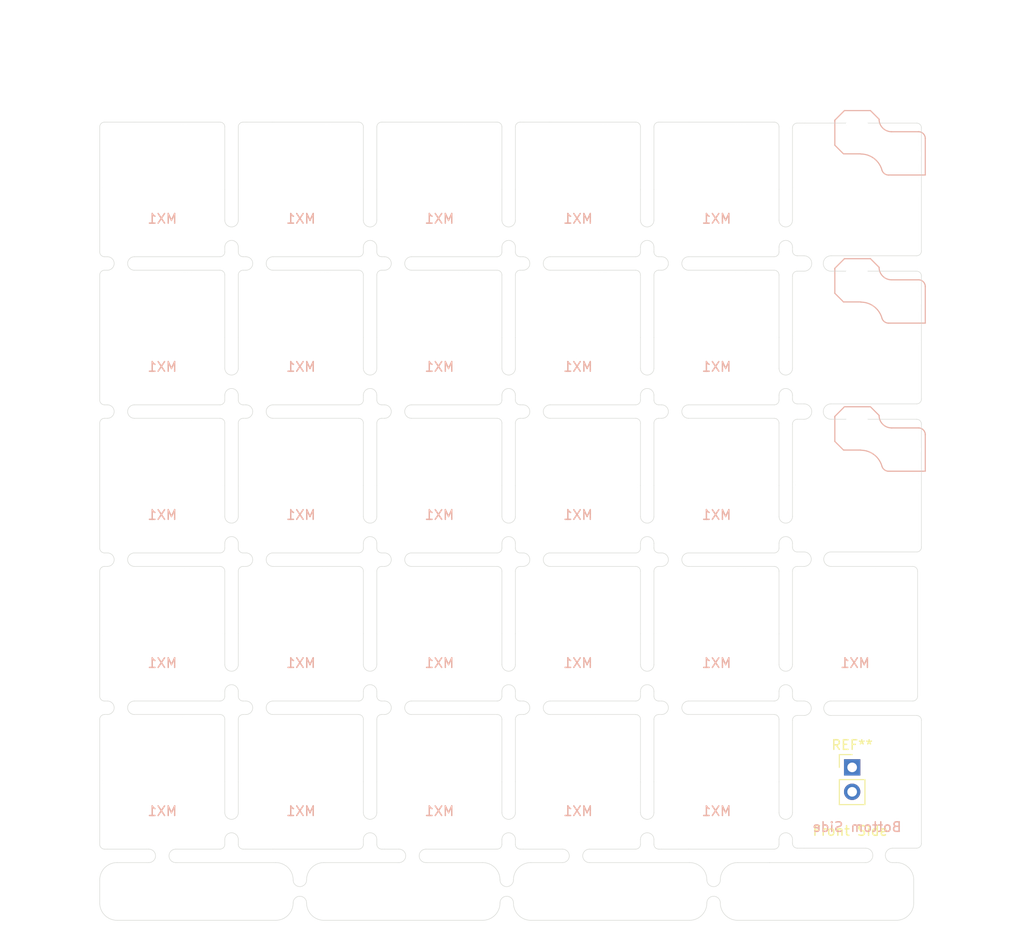
<source format=kicad_pcb>
(kicad_pcb (version 20171130) (host pcbnew "(5.1.4-0-10_14)")

  (general
    (thickness 1.6)
    (drawings 575)
    (tracks 0)
    (zones 0)
    (modules 34)
    (nets 1)
  )

  (page A3)
  (layers
    (0 F.Cu signal)
    (31 B.Cu signal)
    (32 B.Adhes user)
    (33 F.Adhes user)
    (34 B.Paste user)
    (35 F.Paste user)
    (36 B.SilkS user)
    (37 F.SilkS user)
    (38 B.Mask user)
    (39 F.Mask user)
    (40 Dwgs.User user)
    (41 Cmts.User user)
    (42 Eco1.User user)
    (43 Eco2.User user)
    (44 Edge.Cuts user)
    (45 Margin user)
    (46 B.CrtYd user)
    (47 F.CrtYd user)
    (48 B.Fab user)
    (49 F.Fab user)
  )

  (setup
    (last_trace_width 0.25)
    (trace_clearance 0.2)
    (zone_clearance 0.508)
    (zone_45_only yes)
    (trace_min 0.2)
    (via_size 0.8)
    (via_drill 0.4)
    (via_min_size 0.4)
    (via_min_drill 0.3)
    (uvia_size 0.3)
    (uvia_drill 0.1)
    (uvias_allowed no)
    (uvia_min_size 0.2)
    (uvia_min_drill 0.1)
    (edge_width 0.05)
    (segment_width 0.2)
    (pcb_text_width 0.3)
    (pcb_text_size 1.5 1.5)
    (mod_edge_width 0.12)
    (mod_text_size 1 1)
    (mod_text_width 0.15)
    (pad_size 1.7 1.7)
    (pad_drill 0.9)
    (pad_to_mask_clearance 0.051)
    (solder_mask_min_width 0.25)
    (aux_axis_origin 173.148 184.3055)
    (grid_origin 112.9125 59.956)
    (visible_elements FFFFFF7F)
    (pcbplotparams
      (layerselection 0x010fc_ffffffff)
      (usegerberextensions false)
      (usegerberattributes false)
      (usegerberadvancedattributes false)
      (creategerberjobfile false)
      (excludeedgelayer true)
      (linewidth 0.100000)
      (plotframeref false)
      (viasonmask false)
      (mode 1)
      (useauxorigin false)
      (hpglpennumber 1)
      (hpglpenspeed 20)
      (hpglpendiameter 15.000000)
      (psnegative false)
      (psa4output false)
      (plotreference true)
      (plotvalue true)
      (plotinvisibletext false)
      (padsonsilk false)
      (subtractmaskfromsilk false)
      (outputformat 1)
      (mirror false)
      (drillshape 0)
      (scaleselection 1)
      (outputdirectory "gb/"))
  )

  (net 0 "")

  (net_class Default "これはデフォルトのネット クラスです。"
    (clearance 0.2)
    (trace_width 0.25)
    (via_dia 0.8)
    (via_drill 0.4)
    (uvia_dia 0.3)
    (uvia_drill 0.1)
  )

  (net_class power ""
    (clearance 0.2)
    (trace_width 0.381)
    (via_dia 0.8)
    (via_drill 0.4)
    (uvia_dia 0.3)
    (uvia_drill 0.1)
  )

  (module miyajima:MXOnly-1U-Hotswap-0.8mm-parts (layer F.Cu) (tedit 5F81DE87) (tstamp 5F85AD07)
    (at 191.4125 112.656)
    (path /5F87BF53)
    (attr smd)
    (fp_text reference MX1 (at 0 3.048) (layer B.CrtYd)
      (effects (font (size 1 1) (thickness 0.15)) (justify mirror))
    )
    (fp_text value MX-NoLED (at 0 -7.9375) (layer Dwgs.User)
      (effects (font (size 1 1) (thickness 0.15)))
    )
    (fp_circle (center -3.81 -2.54) (end -3.81 -4.064) (layer B.CrtYd) (width 0.15))
    (fp_circle (center 2.54 -5.08) (end 2.54 -6.604) (layer B.CrtYd) (width 0.15))
    (fp_text user %R (at 0 3.048) (layer B.SilkS)
      (effects (font (size 1 1) (thickness 0.15)) (justify mirror))
    )
    (fp_line (start -9.525 9.525) (end -9.525 -9.525) (layer Dwgs.User) (width 0.15))
    (fp_line (start 9.525 9.525) (end -9.525 9.525) (layer Dwgs.User) (width 0.15))
    (fp_line (start 9.525 -9.525) (end 9.525 9.525) (layer Dwgs.User) (width 0.15))
    (fp_line (start -9.525 -9.525) (end 9.525 -9.525) (layer Dwgs.User) (width 0.15))
    (fp_line (start -7 -7) (end -7 -5) (layer Dwgs.User) (width 0.15))
    (fp_line (start -5 -7) (end -7 -7) (layer Dwgs.User) (width 0.15))
    (fp_line (start -7 7) (end -5 7) (layer Dwgs.User) (width 0.15))
    (fp_line (start -7 5) (end -7 7) (layer Dwgs.User) (width 0.15))
    (fp_line (start 7 7) (end 7 5) (layer Dwgs.User) (width 0.15))
    (fp_line (start 5 7) (end 7 7) (layer Dwgs.User) (width 0.15))
    (fp_line (start 7 -7) (end 7 -5) (layer Dwgs.User) (width 0.15))
    (fp_line (start 5 -7) (end 7 -7) (layer Dwgs.User) (width 0.15))
    (pad "" np_thru_hole circle (at 5.08 0 48.0996) (size 1.75 1.75) (drill 1.75) (layers *.Cu *.Mask))
    (pad "" np_thru_hole circle (at -5.08 0 48.0996) (size 1.75 1.75) (drill 1.75) (layers *.Cu *.Mask))
    (pad "" np_thru_hole circle (at -3.81 -2.54) (size 3 3) (drill 3) (layers *.Cu *.Mask))
    (pad "" np_thru_hole circle (at 0 0) (size 3.9878 3.9878) (drill 3.9878) (layers *.Cu *.Mask))
    (pad "" np_thru_hole circle (at 2.54 -5.08) (size 3 3) (drill 3) (layers *.Cu *.Mask))
  )

  (module Connector_PinHeader_2.54mm:PinHeader_1x02_P2.54mm_Vertical (layer F.Cu) (tedit 59FED5CC) (tstamp 5F84ED4D)
    (at 191.1125 126.556)
    (descr "Through hole straight pin header, 1x02, 2.54mm pitch, single row")
    (tags "Through hole pin header THT 1x02 2.54mm single row")
    (fp_text reference REF** (at 0 -2.33) (layer F.SilkS)
      (effects (font (size 1 1) (thickness 0.15)))
    )
    (fp_text value PinHeader_1x02_P2.54mm_Vertical (at 0 4.87) (layer F.Fab)
      (effects (font (size 1 1) (thickness 0.15)))
    )
    (fp_text user %R (at 0 1.27 90) (layer F.Fab)
      (effects (font (size 1 1) (thickness 0.15)))
    )
    (fp_line (start 1.8 -1.8) (end -1.8 -1.8) (layer F.CrtYd) (width 0.05))
    (fp_line (start 1.8 4.35) (end 1.8 -1.8) (layer F.CrtYd) (width 0.05))
    (fp_line (start -1.8 4.35) (end 1.8 4.35) (layer F.CrtYd) (width 0.05))
    (fp_line (start -1.8 -1.8) (end -1.8 4.35) (layer F.CrtYd) (width 0.05))
    (fp_line (start -1.33 -1.33) (end 0 -1.33) (layer F.SilkS) (width 0.12))
    (fp_line (start -1.33 0) (end -1.33 -1.33) (layer F.SilkS) (width 0.12))
    (fp_line (start -1.33 1.27) (end 1.33 1.27) (layer F.SilkS) (width 0.12))
    (fp_line (start 1.33 1.27) (end 1.33 3.87) (layer F.SilkS) (width 0.12))
    (fp_line (start -1.33 1.27) (end -1.33 3.87) (layer F.SilkS) (width 0.12))
    (fp_line (start -1.33 3.87) (end 1.33 3.87) (layer F.SilkS) (width 0.12))
    (fp_line (start -1.27 -0.635) (end -0.635 -1.27) (layer F.Fab) (width 0.1))
    (fp_line (start -1.27 3.81) (end -1.27 -0.635) (layer F.Fab) (width 0.1))
    (fp_line (start 1.27 3.81) (end -1.27 3.81) (layer F.Fab) (width 0.1))
    (fp_line (start 1.27 -1.27) (end 1.27 3.81) (layer F.Fab) (width 0.1))
    (fp_line (start -0.635 -1.27) (end 1.27 -1.27) (layer F.Fab) (width 0.1))
    (pad 2 thru_hole oval (at 0 2.54) (size 1.7 1.7) (drill 1) (layers *.Cu *.Mask))
    (pad 1 thru_hole rect (at 0 0) (size 1.7 1.7) (drill 1) (layers *.Cu *.Mask))
    (model ${KISYS3DMOD}/Connector_PinHeader_2.54mm.3dshapes/PinHeader_1x02_P2.54mm_Vertical.wrl
      (at (xyz 0 0 0))
      (scale (xyz 1 1 1))
      (rotate (xyz 0 0 0))
    )
  )

  (module miyajima:MX-stablizer-0.8mm-parts (layer F.Cu) (tedit 5F81DDAB) (tstamp 5F84E7FB)
    (at 187.6125 139.406 90)
    (fp_text reference REF** (at 0 4.5 90) (layer Dwgs.User)
      (effects (font (size 1 1) (thickness 0.15)))
    )
    (fp_text value Stab-parts (at -0.1 -1.5) (layer Dwgs.User)
      (effects (font (size 1 1) (thickness 0.15)))
    )
    (fp_line (start -1 -10.2) (end 1 -10.2) (layer Dwgs.User) (width 0.15))
    (fp_line (start -1.2 9.9) (end 1.3 9.9) (layer Dwgs.User) (width 0.15))
    (fp_line (start -1.2 9.9) (end -3 8.1) (layer Dwgs.User) (width 0.15))
    (fp_line (start 1 -10.2) (end 3 -8.2) (layer Dwgs.User) (width 0.15))
    (fp_line (start 3 -8.2) (end 3 8.1) (layer Dwgs.User) (width 0.15))
    (fp_line (start -3 -8.2) (end -3 8.1) (layer Dwgs.User) (width 0.15))
    (fp_line (start -3 -8.2) (end -1 -10.2) (layer Dwgs.User) (width 0.15))
    (fp_line (start 1.3 9.9) (end 3 8.1) (layer Dwgs.User) (width 0.15))
    (pad "" np_thru_hole circle (at 0 -8.035 90) (size 3.048 3.048) (drill 3.048) (layers *.Cu *.Mask))
    (pad "" np_thru_hole circle (at 0 7.205 90) (size 3.9878 3.9878) (drill 3.9878) (layers *.Cu *.Mask))
  )

  (module miyajima:MX-stablizer-0.8mm-parts (layer F.Cu) (tedit 5F81DDAB) (tstamp 5F84E7E1)
    (at 166.1075 139.506 90)
    (fp_text reference REF** (at 0 4.5 90) (layer Dwgs.User)
      (effects (font (size 1 1) (thickness 0.15)))
    )
    (fp_text value Stab-parts (at -0.1 -1.5) (layer Dwgs.User)
      (effects (font (size 1 1) (thickness 0.15)))
    )
    (fp_line (start 1.3 9.9) (end 3 8.1) (layer Dwgs.User) (width 0.15))
    (fp_line (start -3 -8.2) (end -1 -10.2) (layer Dwgs.User) (width 0.15))
    (fp_line (start -3 -8.2) (end -3 8.1) (layer Dwgs.User) (width 0.15))
    (fp_line (start 3 -8.2) (end 3 8.1) (layer Dwgs.User) (width 0.15))
    (fp_line (start 1 -10.2) (end 3 -8.2) (layer Dwgs.User) (width 0.15))
    (fp_line (start -1.2 9.9) (end -3 8.1) (layer Dwgs.User) (width 0.15))
    (fp_line (start -1.2 9.9) (end 1.3 9.9) (layer Dwgs.User) (width 0.15))
    (fp_line (start -1 -10.2) (end 1 -10.2) (layer Dwgs.User) (width 0.15))
    (pad "" np_thru_hole circle (at 0 7.205 90) (size 3.9878 3.9878) (drill 3.9878) (layers *.Cu *.Mask))
    (pad "" np_thru_hole circle (at 0 -8.035 90) (size 3.048 3.048) (drill 3.048) (layers *.Cu *.Mask))
  )

  (module miyajima:MX-stablizer-0.8mm-parts (layer F.Cu) (tedit 5F81DDAB) (tstamp 5F84E7C7)
    (at 144.6125 139.456 90)
    (fp_text reference REF** (at 0 4.5 90) (layer Dwgs.User)
      (effects (font (size 1 1) (thickness 0.15)))
    )
    (fp_text value Stab-parts (at -0.1 -1.5) (layer Dwgs.User)
      (effects (font (size 1 1) (thickness 0.15)))
    )
    (fp_line (start -1 -10.2) (end 1 -10.2) (layer Dwgs.User) (width 0.15))
    (fp_line (start -1.2 9.9) (end 1.3 9.9) (layer Dwgs.User) (width 0.15))
    (fp_line (start -1.2 9.9) (end -3 8.1) (layer Dwgs.User) (width 0.15))
    (fp_line (start 1 -10.2) (end 3 -8.2) (layer Dwgs.User) (width 0.15))
    (fp_line (start 3 -8.2) (end 3 8.1) (layer Dwgs.User) (width 0.15))
    (fp_line (start -3 -8.2) (end -3 8.1) (layer Dwgs.User) (width 0.15))
    (fp_line (start -3 -8.2) (end -1 -10.2) (layer Dwgs.User) (width 0.15))
    (fp_line (start 1.3 9.9) (end 3 8.1) (layer Dwgs.User) (width 0.15))
    (pad "" np_thru_hole circle (at 0 -8.035 90) (size 3.048 3.048) (drill 3.048) (layers *.Cu *.Mask))
    (pad "" np_thru_hole circle (at 0 7.205 90) (size 3.9878 3.9878) (drill 3.9878) (layers *.Cu *.Mask))
  )

  (module miyajima:MX-stablizer-0.8mm-parts (layer F.Cu) (tedit 5F81DDAB) (tstamp 5F84E403)
    (at 123.1125 139.456 90)
    (fp_text reference REF** (at 0 4.5 90) (layer Dwgs.User)
      (effects (font (size 1 1) (thickness 0.15)))
    )
    (fp_text value Stab-parts (at -0.1 -1.5) (layer Dwgs.User)
      (effects (font (size 1 1) (thickness 0.15)))
    )
    (fp_line (start 1.3 9.9) (end 3 8.1) (layer Dwgs.User) (width 0.15))
    (fp_line (start -3 -8.2) (end -1 -10.2) (layer Dwgs.User) (width 0.15))
    (fp_line (start -3 -8.2) (end -3 8.1) (layer Dwgs.User) (width 0.15))
    (fp_line (start 3 -8.2) (end 3 8.1) (layer Dwgs.User) (width 0.15))
    (fp_line (start 1 -10.2) (end 3 -8.2) (layer Dwgs.User) (width 0.15))
    (fp_line (start -1.2 9.9) (end -3 8.1) (layer Dwgs.User) (width 0.15))
    (fp_line (start -1.2 9.9) (end 1.3 9.9) (layer Dwgs.User) (width 0.15))
    (fp_line (start -1 -10.2) (end 1 -10.2) (layer Dwgs.User) (width 0.15))
    (pad "" np_thru_hole circle (at 0 7.205 90) (size 3.9878 3.9878) (drill 3.9878) (layers *.Cu *.Mask))
    (pad "" np_thru_hole circle (at 0 -8.035 90) (size 3.048 3.048) (drill 3.048) (layers *.Cu *.Mask))
  )

  (module miyajima:KailhChoc-1U-hotswap-0.8mm-parts (layer F.Cu) (tedit 5F81DA7A) (tstamp 5F8398D2)
    (at 191.6125 97.256)
    (fp_text reference REF** (at 0 3.175) (layer Dwgs.User)
      (effects (font (size 1 1) (thickness 0.15)))
    )
    (fp_text value 1U (at 0 -7.9375) (layer Dwgs.User)
      (effects (font (size 1 1) (thickness 0.15)))
    )
    (fp_arc (start 3.300001 -2.232504) (end 2.6 -2) (angle -71.62611335) (layer B.SilkS) (width 0.12))
    (fp_arc (start 0.4 -1.401144) (end 2.6 -2) (angle -74.77261611) (layer B.SilkS) (width 0.12))
    (fp_arc (start 6.4 -5.3) (end 7.1 -5.3) (angle -90) (layer B.SilkS) (width 0.12))
    (fp_arc (start 3.6 -7.3) (end 2.3 -7.3) (angle -90) (layer B.SilkS) (width 0.12))
    (fp_line (start -2.3 -7.1) (end -2.3 -7.2) (layer B.SilkS) (width 0.12))
    (fp_line (start -2.3 -4.6) (end -2.3 -7.1) (layer B.SilkS) (width 0.12))
    (fp_line (start -1.4 -3.7) (end -2.3 -4.6) (layer B.SilkS) (width 0.12))
    (fp_line (start 0.4 -3.7) (end -1.4 -3.7) (layer B.SilkS) (width 0.12))
    (fp_line (start 7.1 -1.5) (end 3.3 -1.5) (layer B.SilkS) (width 0.12))
    (fp_line (start 7.1 -5.3) (end 7.1 -1.5) (layer B.SilkS) (width 0.12))
    (fp_line (start 3.6 -6) (end 6.4 -6) (layer B.SilkS) (width 0.12))
    (fp_line (start 1.4 -8.2) (end 2.3 -7.3) (layer B.SilkS) (width 0.12))
    (fp_line (start -1.3 -8.2) (end 1.4 -8.2) (layer B.SilkS) (width 0.12))
    (fp_line (start -2.3 -7.2) (end -1.3 -8.2) (layer B.SilkS) (width 0.12))
    (fp_line (start -9.525 9.525) (end -9.525 -9.525) (layer Dwgs.User) (width 0.15))
    (fp_line (start 9.525 9.525) (end -9.525 9.525) (layer Dwgs.User) (width 0.15))
    (fp_line (start 9.525 -9.525) (end 9.525 9.525) (layer Dwgs.User) (width 0.15))
    (fp_line (start -9.525 -9.525) (end 9.525 -9.525) (layer Dwgs.User) (width 0.15))
    (fp_line (start -7 -7) (end -7 -5) (layer Dwgs.User) (width 0.15))
    (fp_line (start -5 -7) (end -7 -7) (layer Dwgs.User) (width 0.15))
    (fp_line (start -7 7) (end -5 7) (layer Dwgs.User) (width 0.15))
    (fp_line (start -7 5) (end -7 7) (layer Dwgs.User) (width 0.15))
    (fp_line (start 7 7) (end 7 5) (layer Dwgs.User) (width 0.15))
    (fp_line (start 5 7) (end 7 7) (layer Dwgs.User) (width 0.15))
    (fp_line (start 7 -7) (end 7 -5) (layer Dwgs.User) (width 0.15))
    (fp_line (start 5 -7) (end 7 -7) (layer Dwgs.User) (width 0.15))
    (pad "" np_thru_hole circle (at 5 -3.7) (size 3 3) (drill 3) (layers *.Cu *.Mask))
    (pad "" np_thru_hole circle (at 0 -5.9) (size 3 3) (drill 3) (layers *.Cu *.Mask))
    (pad "" np_thru_hole circle (at -5.22 4.2) (size 1.2 1.2) (drill 1.2) (layers *.Cu *.Mask))
    (pad "" np_thru_hole circle (at 5.5 0 48.1) (size 1.9 1.9) (drill 1.9) (layers *.Cu *.Mask))
    (pad "" np_thru_hole circle (at -5.5 0 48.1) (size 1.9 1.9) (drill 1.9) (layers *.Cu *.Mask))
    (pad "" np_thru_hole circle (at 0 0) (size 3.4 3.4) (drill 3.4) (layers *.Cu *.Mask))
  )

  (module miyajima:KailhChoc-1U-hotswap-0.8mm-parts (layer F.Cu) (tedit 5F81DA7A) (tstamp 5F839830)
    (at 191.6125 66.456)
    (fp_text reference REF** (at 0 3.175) (layer Dwgs.User)
      (effects (font (size 1 1) (thickness 0.15)))
    )
    (fp_text value 1U (at 0 -7.9375) (layer Dwgs.User)
      (effects (font (size 1 1) (thickness 0.15)))
    )
    (fp_line (start 5 -7) (end 7 -7) (layer Dwgs.User) (width 0.15))
    (fp_line (start 7 -7) (end 7 -5) (layer Dwgs.User) (width 0.15))
    (fp_line (start 5 7) (end 7 7) (layer Dwgs.User) (width 0.15))
    (fp_line (start 7 7) (end 7 5) (layer Dwgs.User) (width 0.15))
    (fp_line (start -7 5) (end -7 7) (layer Dwgs.User) (width 0.15))
    (fp_line (start -7 7) (end -5 7) (layer Dwgs.User) (width 0.15))
    (fp_line (start -5 -7) (end -7 -7) (layer Dwgs.User) (width 0.15))
    (fp_line (start -7 -7) (end -7 -5) (layer Dwgs.User) (width 0.15))
    (fp_line (start -9.525 -9.525) (end 9.525 -9.525) (layer Dwgs.User) (width 0.15))
    (fp_line (start 9.525 -9.525) (end 9.525 9.525) (layer Dwgs.User) (width 0.15))
    (fp_line (start 9.525 9.525) (end -9.525 9.525) (layer Dwgs.User) (width 0.15))
    (fp_line (start -9.525 9.525) (end -9.525 -9.525) (layer Dwgs.User) (width 0.15))
    (fp_line (start -2.3 -7.2) (end -1.3 -8.2) (layer B.SilkS) (width 0.12))
    (fp_line (start -1.3 -8.2) (end 1.4 -8.2) (layer B.SilkS) (width 0.12))
    (fp_line (start 1.4 -8.2) (end 2.3 -7.3) (layer B.SilkS) (width 0.12))
    (fp_line (start 3.6 -6) (end 6.4 -6) (layer B.SilkS) (width 0.12))
    (fp_line (start 7.1 -5.3) (end 7.1 -1.5) (layer B.SilkS) (width 0.12))
    (fp_line (start 7.1 -1.5) (end 3.3 -1.5) (layer B.SilkS) (width 0.12))
    (fp_line (start 0.4 -3.7) (end -1.4 -3.7) (layer B.SilkS) (width 0.12))
    (fp_line (start -1.4 -3.7) (end -2.3 -4.6) (layer B.SilkS) (width 0.12))
    (fp_line (start -2.3 -4.6) (end -2.3 -7.1) (layer B.SilkS) (width 0.12))
    (fp_line (start -2.3 -7.1) (end -2.3 -7.2) (layer B.SilkS) (width 0.12))
    (fp_arc (start 3.6 -7.3) (end 2.3 -7.3) (angle -90) (layer B.SilkS) (width 0.12))
    (fp_arc (start 6.4 -5.3) (end 7.1 -5.3) (angle -90) (layer B.SilkS) (width 0.12))
    (fp_arc (start 0.4 -1.401144) (end 2.6 -2) (angle -74.77261611) (layer B.SilkS) (width 0.12))
    (fp_arc (start 3.300001 -2.232504) (end 2.6 -2) (angle -71.62611335) (layer B.SilkS) (width 0.12))
    (pad "" np_thru_hole circle (at 0 0) (size 3.4 3.4) (drill 3.4) (layers *.Cu *.Mask))
    (pad "" np_thru_hole circle (at -5.5 0 48.1) (size 1.9 1.9) (drill 1.9) (layers *.Cu *.Mask))
    (pad "" np_thru_hole circle (at 5.5 0 48.1) (size 1.9 1.9) (drill 1.9) (layers *.Cu *.Mask))
    (pad "" np_thru_hole circle (at -5.22 4.2) (size 1.2 1.2) (drill 1.2) (layers *.Cu *.Mask))
    (pad "" np_thru_hole circle (at 0 -5.9) (size 3 3) (drill 3) (layers *.Cu *.Mask))
    (pad "" np_thru_hole circle (at 5 -3.7) (size 3 3) (drill 3) (layers *.Cu *.Mask))
  )

  (module miyajima:KailhChoc-1U-hotswap-0.8mm-parts (layer F.Cu) (tedit 5F81DA7A) (tstamp 5F8394D7)
    (at 191.6125 81.856)
    (fp_text reference REF** (at 0 3.175) (layer Dwgs.User)
      (effects (font (size 1 1) (thickness 0.15)))
    )
    (fp_text value 1U (at 0 -7.9375) (layer Dwgs.User)
      (effects (font (size 1 1) (thickness 0.15)))
    )
    (fp_arc (start 3.300001 -2.232504) (end 2.6 -2) (angle -71.62611335) (layer B.SilkS) (width 0.12))
    (fp_arc (start 0.4 -1.401144) (end 2.6 -2) (angle -74.77261611) (layer B.SilkS) (width 0.12))
    (fp_arc (start 6.4 -5.3) (end 7.1 -5.3) (angle -90) (layer B.SilkS) (width 0.12))
    (fp_arc (start 3.6 -7.3) (end 2.3 -7.3) (angle -90) (layer B.SilkS) (width 0.12))
    (fp_line (start -2.3 -7.1) (end -2.3 -7.2) (layer B.SilkS) (width 0.12))
    (fp_line (start -2.3 -4.6) (end -2.3 -7.1) (layer B.SilkS) (width 0.12))
    (fp_line (start -1.4 -3.7) (end -2.3 -4.6) (layer B.SilkS) (width 0.12))
    (fp_line (start 0.4 -3.7) (end -1.4 -3.7) (layer B.SilkS) (width 0.12))
    (fp_line (start 7.1 -1.5) (end 3.3 -1.5) (layer B.SilkS) (width 0.12))
    (fp_line (start 7.1 -5.3) (end 7.1 -1.5) (layer B.SilkS) (width 0.12))
    (fp_line (start 3.6 -6) (end 6.4 -6) (layer B.SilkS) (width 0.12))
    (fp_line (start 1.4 -8.2) (end 2.3 -7.3) (layer B.SilkS) (width 0.12))
    (fp_line (start -1.3 -8.2) (end 1.4 -8.2) (layer B.SilkS) (width 0.12))
    (fp_line (start -2.3 -7.2) (end -1.3 -8.2) (layer B.SilkS) (width 0.12))
    (fp_line (start -9.525 9.525) (end -9.525 -9.525) (layer Dwgs.User) (width 0.15))
    (fp_line (start 9.525 9.525) (end -9.525 9.525) (layer Dwgs.User) (width 0.15))
    (fp_line (start 9.525 -9.525) (end 9.525 9.525) (layer Dwgs.User) (width 0.15))
    (fp_line (start -9.525 -9.525) (end 9.525 -9.525) (layer Dwgs.User) (width 0.15))
    (fp_line (start -7 -7) (end -7 -5) (layer Dwgs.User) (width 0.15))
    (fp_line (start -5 -7) (end -7 -7) (layer Dwgs.User) (width 0.15))
    (fp_line (start -7 7) (end -5 7) (layer Dwgs.User) (width 0.15))
    (fp_line (start -7 5) (end -7 7) (layer Dwgs.User) (width 0.15))
    (fp_line (start 7 7) (end 7 5) (layer Dwgs.User) (width 0.15))
    (fp_line (start 5 7) (end 7 7) (layer Dwgs.User) (width 0.15))
    (fp_line (start 7 -7) (end 7 -5) (layer Dwgs.User) (width 0.15))
    (fp_line (start 5 -7) (end 7 -7) (layer Dwgs.User) (width 0.15))
    (pad "" np_thru_hole circle (at 5 -3.7) (size 3 3) (drill 3) (layers *.Cu *.Mask))
    (pad "" np_thru_hole circle (at 0 -5.9) (size 3 3) (drill 3) (layers *.Cu *.Mask))
    (pad "" np_thru_hole circle (at -5.22 4.2) (size 1.2 1.2) (drill 1.2) (layers *.Cu *.Mask))
    (pad "" np_thru_hole circle (at 5.5 0 48.1) (size 1.9 1.9) (drill 1.9) (layers *.Cu *.Mask))
    (pad "" np_thru_hole circle (at -5.5 0 48.1) (size 1.9 1.9) (drill 1.9) (layers *.Cu *.Mask))
    (pad "" np_thru_hole circle (at 0 0) (size 3.4 3.4) (drill 3.4) (layers *.Cu *.Mask))
  )

  (module miyajima:MXOnly-1U-Hotswap-0.8mm-parts (layer F.Cu) (tedit 5F81DE87) (tstamp 5F838424)
    (at 133.8125 66.456)
    (path /5F87BF53)
    (attr smd)
    (fp_text reference MX1 (at 0 3.048) (layer B.CrtYd)
      (effects (font (size 1 1) (thickness 0.15)) (justify mirror))
    )
    (fp_text value MX-NoLED (at 0 -7.9375) (layer Dwgs.User)
      (effects (font (size 1 1) (thickness 0.15)))
    )
    (fp_line (start 5 -7) (end 7 -7) (layer Dwgs.User) (width 0.15))
    (fp_line (start 7 -7) (end 7 -5) (layer Dwgs.User) (width 0.15))
    (fp_line (start 5 7) (end 7 7) (layer Dwgs.User) (width 0.15))
    (fp_line (start 7 7) (end 7 5) (layer Dwgs.User) (width 0.15))
    (fp_line (start -7 5) (end -7 7) (layer Dwgs.User) (width 0.15))
    (fp_line (start -7 7) (end -5 7) (layer Dwgs.User) (width 0.15))
    (fp_line (start -5 -7) (end -7 -7) (layer Dwgs.User) (width 0.15))
    (fp_line (start -7 -7) (end -7 -5) (layer Dwgs.User) (width 0.15))
    (fp_line (start -9.525 -9.525) (end 9.525 -9.525) (layer Dwgs.User) (width 0.15))
    (fp_line (start 9.525 -9.525) (end 9.525 9.525) (layer Dwgs.User) (width 0.15))
    (fp_line (start 9.525 9.525) (end -9.525 9.525) (layer Dwgs.User) (width 0.15))
    (fp_line (start -9.525 9.525) (end -9.525 -9.525) (layer Dwgs.User) (width 0.15))
    (fp_text user %R (at 0 3.048) (layer B.SilkS)
      (effects (font (size 1 1) (thickness 0.15)) (justify mirror))
    )
    (fp_circle (center 2.54 -5.08) (end 2.54 -6.604) (layer B.CrtYd) (width 0.15))
    (fp_circle (center -3.81 -2.54) (end -3.81 -4.064) (layer B.CrtYd) (width 0.15))
    (pad "" np_thru_hole circle (at 2.54 -5.08) (size 3 3) (drill 3) (layers *.Cu *.Mask))
    (pad "" np_thru_hole circle (at 0 0) (size 3.9878 3.9878) (drill 3.9878) (layers *.Cu *.Mask))
    (pad "" np_thru_hole circle (at -3.81 -2.54) (size 3 3) (drill 3) (layers *.Cu *.Mask))
    (pad "" np_thru_hole circle (at -5.08 0 48.0996) (size 1.75 1.75) (drill 1.75) (layers *.Cu *.Mask))
    (pad "" np_thru_hole circle (at 5.08 0 48.0996) (size 1.75 1.75) (drill 1.75) (layers *.Cu *.Mask))
  )

  (module miyajima:MXOnly-1U-Hotswap-0.8mm-parts (layer F.Cu) (tedit 5F81DE87) (tstamp 5F838846)
    (at 177.0125 128.056)
    (path /5F87BF53)
    (attr smd)
    (fp_text reference MX1 (at 0 3.048) (layer B.CrtYd)
      (effects (font (size 1 1) (thickness 0.15)) (justify mirror))
    )
    (fp_text value MX-NoLED (at 0 -7.9375) (layer Dwgs.User)
      (effects (font (size 1 1) (thickness 0.15)))
    )
    (fp_line (start 5 -7) (end 7 -7) (layer Dwgs.User) (width 0.15))
    (fp_line (start 7 -7) (end 7 -5) (layer Dwgs.User) (width 0.15))
    (fp_line (start 5 7) (end 7 7) (layer Dwgs.User) (width 0.15))
    (fp_line (start 7 7) (end 7 5) (layer Dwgs.User) (width 0.15))
    (fp_line (start -7 5) (end -7 7) (layer Dwgs.User) (width 0.15))
    (fp_line (start -7 7) (end -5 7) (layer Dwgs.User) (width 0.15))
    (fp_line (start -5 -7) (end -7 -7) (layer Dwgs.User) (width 0.15))
    (fp_line (start -7 -7) (end -7 -5) (layer Dwgs.User) (width 0.15))
    (fp_line (start -9.525 -9.525) (end 9.525 -9.525) (layer Dwgs.User) (width 0.15))
    (fp_line (start 9.525 -9.525) (end 9.525 9.525) (layer Dwgs.User) (width 0.15))
    (fp_line (start 9.525 9.525) (end -9.525 9.525) (layer Dwgs.User) (width 0.15))
    (fp_line (start -9.525 9.525) (end -9.525 -9.525) (layer Dwgs.User) (width 0.15))
    (fp_text user %R (at 0 3.048) (layer B.SilkS)
      (effects (font (size 1 1) (thickness 0.15)) (justify mirror))
    )
    (fp_circle (center 2.54 -5.08) (end 2.54 -6.604) (layer B.CrtYd) (width 0.15))
    (fp_circle (center -3.81 -2.54) (end -3.81 -4.064) (layer B.CrtYd) (width 0.15))
    (pad "" np_thru_hole circle (at 2.54 -5.08) (size 3 3) (drill 3) (layers *.Cu *.Mask))
    (pad "" np_thru_hole circle (at 0 0) (size 3.9878 3.9878) (drill 3.9878) (layers *.Cu *.Mask))
    (pad "" np_thru_hole circle (at -3.81 -2.54) (size 3 3) (drill 3) (layers *.Cu *.Mask))
    (pad "" np_thru_hole circle (at -5.08 0 48.0996) (size 1.75 1.75) (drill 1.75) (layers *.Cu *.Mask))
    (pad "" np_thru_hole circle (at 5.08 0 48.0996) (size 1.75 1.75) (drill 1.75) (layers *.Cu *.Mask))
  )

  (module miyajima:MXOnly-1U-Hotswap-0.8mm-parts (layer F.Cu) (tedit 5F81DE87) (tstamp 5F838818)
    (at 162.6125 128.056)
    (path /5F87BF53)
    (attr smd)
    (fp_text reference MX1 (at 0 3.048) (layer B.CrtYd)
      (effects (font (size 1 1) (thickness 0.15)) (justify mirror))
    )
    (fp_text value MX-NoLED (at 0 -7.9375) (layer Dwgs.User)
      (effects (font (size 1 1) (thickness 0.15)))
    )
    (fp_line (start 5 -7) (end 7 -7) (layer Dwgs.User) (width 0.15))
    (fp_line (start 7 -7) (end 7 -5) (layer Dwgs.User) (width 0.15))
    (fp_line (start 5 7) (end 7 7) (layer Dwgs.User) (width 0.15))
    (fp_line (start 7 7) (end 7 5) (layer Dwgs.User) (width 0.15))
    (fp_line (start -7 5) (end -7 7) (layer Dwgs.User) (width 0.15))
    (fp_line (start -7 7) (end -5 7) (layer Dwgs.User) (width 0.15))
    (fp_line (start -5 -7) (end -7 -7) (layer Dwgs.User) (width 0.15))
    (fp_line (start -7 -7) (end -7 -5) (layer Dwgs.User) (width 0.15))
    (fp_line (start -9.525 -9.525) (end 9.525 -9.525) (layer Dwgs.User) (width 0.15))
    (fp_line (start 9.525 -9.525) (end 9.525 9.525) (layer Dwgs.User) (width 0.15))
    (fp_line (start 9.525 9.525) (end -9.525 9.525) (layer Dwgs.User) (width 0.15))
    (fp_line (start -9.525 9.525) (end -9.525 -9.525) (layer Dwgs.User) (width 0.15))
    (fp_text user %R (at 0 3.048) (layer B.SilkS)
      (effects (font (size 1 1) (thickness 0.15)) (justify mirror))
    )
    (fp_circle (center 2.54 -5.08) (end 2.54 -6.604) (layer B.CrtYd) (width 0.15))
    (fp_circle (center -3.81 -2.54) (end -3.81 -4.064) (layer B.CrtYd) (width 0.15))
    (pad "" np_thru_hole circle (at 2.54 -5.08) (size 3 3) (drill 3) (layers *.Cu *.Mask))
    (pad "" np_thru_hole circle (at 0 0) (size 3.9878 3.9878) (drill 3.9878) (layers *.Cu *.Mask))
    (pad "" np_thru_hole circle (at -3.81 -2.54) (size 3 3) (drill 3) (layers *.Cu *.Mask))
    (pad "" np_thru_hole circle (at -5.08 0 48.0996) (size 1.75 1.75) (drill 1.75) (layers *.Cu *.Mask))
    (pad "" np_thru_hole circle (at 5.08 0 48.0996) (size 1.75 1.75) (drill 1.75) (layers *.Cu *.Mask))
  )

  (module miyajima:MXOnly-1U-Hotswap-0.8mm-parts (layer F.Cu) (tedit 5F81DE87) (tstamp 5F8387EA)
    (at 148.2125 128.056)
    (path /5F87BF53)
    (attr smd)
    (fp_text reference MX1 (at 0 3.048) (layer B.CrtYd)
      (effects (font (size 1 1) (thickness 0.15)) (justify mirror))
    )
    (fp_text value MX-NoLED (at 0 -7.9375) (layer Dwgs.User)
      (effects (font (size 1 1) (thickness 0.15)))
    )
    (fp_line (start 5 -7) (end 7 -7) (layer Dwgs.User) (width 0.15))
    (fp_line (start 7 -7) (end 7 -5) (layer Dwgs.User) (width 0.15))
    (fp_line (start 5 7) (end 7 7) (layer Dwgs.User) (width 0.15))
    (fp_line (start 7 7) (end 7 5) (layer Dwgs.User) (width 0.15))
    (fp_line (start -7 5) (end -7 7) (layer Dwgs.User) (width 0.15))
    (fp_line (start -7 7) (end -5 7) (layer Dwgs.User) (width 0.15))
    (fp_line (start -5 -7) (end -7 -7) (layer Dwgs.User) (width 0.15))
    (fp_line (start -7 -7) (end -7 -5) (layer Dwgs.User) (width 0.15))
    (fp_line (start -9.525 -9.525) (end 9.525 -9.525) (layer Dwgs.User) (width 0.15))
    (fp_line (start 9.525 -9.525) (end 9.525 9.525) (layer Dwgs.User) (width 0.15))
    (fp_line (start 9.525 9.525) (end -9.525 9.525) (layer Dwgs.User) (width 0.15))
    (fp_line (start -9.525 9.525) (end -9.525 -9.525) (layer Dwgs.User) (width 0.15))
    (fp_text user %R (at 0 3.048) (layer B.SilkS)
      (effects (font (size 1 1) (thickness 0.15)) (justify mirror))
    )
    (fp_circle (center 2.54 -5.08) (end 2.54 -6.604) (layer B.CrtYd) (width 0.15))
    (fp_circle (center -3.81 -2.54) (end -3.81 -4.064) (layer B.CrtYd) (width 0.15))
    (pad "" np_thru_hole circle (at 2.54 -5.08) (size 3 3) (drill 3) (layers *.Cu *.Mask))
    (pad "" np_thru_hole circle (at 0 0) (size 3.9878 3.9878) (drill 3.9878) (layers *.Cu *.Mask))
    (pad "" np_thru_hole circle (at -3.81 -2.54) (size 3 3) (drill 3) (layers *.Cu *.Mask))
    (pad "" np_thru_hole circle (at -5.08 0 48.0996) (size 1.75 1.75) (drill 1.75) (layers *.Cu *.Mask))
    (pad "" np_thru_hole circle (at 5.08 0 48.0996) (size 1.75 1.75) (drill 1.75) (layers *.Cu *.Mask))
  )

  (module miyajima:MXOnly-1U-Hotswap-0.8mm-parts (layer F.Cu) (tedit 5F81DE87) (tstamp 5F8387BC)
    (at 133.8125 128.056)
    (path /5F87BF53)
    (attr smd)
    (fp_text reference MX1 (at 0 3.048) (layer B.CrtYd)
      (effects (font (size 1 1) (thickness 0.15)) (justify mirror))
    )
    (fp_text value MX-NoLED (at 0 -7.9375) (layer Dwgs.User)
      (effects (font (size 1 1) (thickness 0.15)))
    )
    (fp_line (start 5 -7) (end 7 -7) (layer Dwgs.User) (width 0.15))
    (fp_line (start 7 -7) (end 7 -5) (layer Dwgs.User) (width 0.15))
    (fp_line (start 5 7) (end 7 7) (layer Dwgs.User) (width 0.15))
    (fp_line (start 7 7) (end 7 5) (layer Dwgs.User) (width 0.15))
    (fp_line (start -7 5) (end -7 7) (layer Dwgs.User) (width 0.15))
    (fp_line (start -7 7) (end -5 7) (layer Dwgs.User) (width 0.15))
    (fp_line (start -5 -7) (end -7 -7) (layer Dwgs.User) (width 0.15))
    (fp_line (start -7 -7) (end -7 -5) (layer Dwgs.User) (width 0.15))
    (fp_line (start -9.525 -9.525) (end 9.525 -9.525) (layer Dwgs.User) (width 0.15))
    (fp_line (start 9.525 -9.525) (end 9.525 9.525) (layer Dwgs.User) (width 0.15))
    (fp_line (start 9.525 9.525) (end -9.525 9.525) (layer Dwgs.User) (width 0.15))
    (fp_line (start -9.525 9.525) (end -9.525 -9.525) (layer Dwgs.User) (width 0.15))
    (fp_text user %R (at 0 3.048) (layer B.SilkS)
      (effects (font (size 1 1) (thickness 0.15)) (justify mirror))
    )
    (fp_circle (center 2.54 -5.08) (end 2.54 -6.604) (layer B.CrtYd) (width 0.15))
    (fp_circle (center -3.81 -2.54) (end -3.81 -4.064) (layer B.CrtYd) (width 0.15))
    (pad "" np_thru_hole circle (at 2.54 -5.08) (size 3 3) (drill 3) (layers *.Cu *.Mask))
    (pad "" np_thru_hole circle (at 0 0) (size 3.9878 3.9878) (drill 3.9878) (layers *.Cu *.Mask))
    (pad "" np_thru_hole circle (at -3.81 -2.54) (size 3 3) (drill 3) (layers *.Cu *.Mask))
    (pad "" np_thru_hole circle (at -5.08 0 48.0996) (size 1.75 1.75) (drill 1.75) (layers *.Cu *.Mask))
    (pad "" np_thru_hole circle (at 5.08 0 48.0996) (size 1.75 1.75) (drill 1.75) (layers *.Cu *.Mask))
  )

  (module miyajima:MXOnly-1U-Hotswap-0.8mm-parts (layer F.Cu) (tedit 5F81DE87) (tstamp 5F83878E)
    (at 119.4125 128.056)
    (path /5F87BF53)
    (attr smd)
    (fp_text reference MX1 (at 0 3.048) (layer B.CrtYd)
      (effects (font (size 1 1) (thickness 0.15)) (justify mirror))
    )
    (fp_text value MX-NoLED (at 0 -7.9375) (layer Dwgs.User)
      (effects (font (size 1 1) (thickness 0.15)))
    )
    (fp_line (start 5 -7) (end 7 -7) (layer Dwgs.User) (width 0.15))
    (fp_line (start 7 -7) (end 7 -5) (layer Dwgs.User) (width 0.15))
    (fp_line (start 5 7) (end 7 7) (layer Dwgs.User) (width 0.15))
    (fp_line (start 7 7) (end 7 5) (layer Dwgs.User) (width 0.15))
    (fp_line (start -7 5) (end -7 7) (layer Dwgs.User) (width 0.15))
    (fp_line (start -7 7) (end -5 7) (layer Dwgs.User) (width 0.15))
    (fp_line (start -5 -7) (end -7 -7) (layer Dwgs.User) (width 0.15))
    (fp_line (start -7 -7) (end -7 -5) (layer Dwgs.User) (width 0.15))
    (fp_line (start -9.525 -9.525) (end 9.525 -9.525) (layer Dwgs.User) (width 0.15))
    (fp_line (start 9.525 -9.525) (end 9.525 9.525) (layer Dwgs.User) (width 0.15))
    (fp_line (start 9.525 9.525) (end -9.525 9.525) (layer Dwgs.User) (width 0.15))
    (fp_line (start -9.525 9.525) (end -9.525 -9.525) (layer Dwgs.User) (width 0.15))
    (fp_text user %R (at 0 3.048) (layer B.SilkS)
      (effects (font (size 1 1) (thickness 0.15)) (justify mirror))
    )
    (fp_circle (center 2.54 -5.08) (end 2.54 -6.604) (layer B.CrtYd) (width 0.15))
    (fp_circle (center -3.81 -2.54) (end -3.81 -4.064) (layer B.CrtYd) (width 0.15))
    (pad "" np_thru_hole circle (at 2.54 -5.08) (size 3 3) (drill 3) (layers *.Cu *.Mask))
    (pad "" np_thru_hole circle (at 0 0) (size 3.9878 3.9878) (drill 3.9878) (layers *.Cu *.Mask))
    (pad "" np_thru_hole circle (at -3.81 -2.54) (size 3 3) (drill 3) (layers *.Cu *.Mask))
    (pad "" np_thru_hole circle (at -5.08 0 48.0996) (size 1.75 1.75) (drill 1.75) (layers *.Cu *.Mask))
    (pad "" np_thru_hole circle (at 5.08 0 48.0996) (size 1.75 1.75) (drill 1.75) (layers *.Cu *.Mask))
  )

  (module miyajima:MXOnly-1U-Hotswap-0.8mm-parts (layer F.Cu) (tedit 5F81DE87) (tstamp 5F838760)
    (at 177.0125 112.656)
    (path /5F87BF53)
    (attr smd)
    (fp_text reference MX1 (at 0 3.048) (layer B.CrtYd)
      (effects (font (size 1 1) (thickness 0.15)) (justify mirror))
    )
    (fp_text value MX-NoLED (at 0 -7.9375) (layer Dwgs.User)
      (effects (font (size 1 1) (thickness 0.15)))
    )
    (fp_line (start 5 -7) (end 7 -7) (layer Dwgs.User) (width 0.15))
    (fp_line (start 7 -7) (end 7 -5) (layer Dwgs.User) (width 0.15))
    (fp_line (start 5 7) (end 7 7) (layer Dwgs.User) (width 0.15))
    (fp_line (start 7 7) (end 7 5) (layer Dwgs.User) (width 0.15))
    (fp_line (start -7 5) (end -7 7) (layer Dwgs.User) (width 0.15))
    (fp_line (start -7 7) (end -5 7) (layer Dwgs.User) (width 0.15))
    (fp_line (start -5 -7) (end -7 -7) (layer Dwgs.User) (width 0.15))
    (fp_line (start -7 -7) (end -7 -5) (layer Dwgs.User) (width 0.15))
    (fp_line (start -9.525 -9.525) (end 9.525 -9.525) (layer Dwgs.User) (width 0.15))
    (fp_line (start 9.525 -9.525) (end 9.525 9.525) (layer Dwgs.User) (width 0.15))
    (fp_line (start 9.525 9.525) (end -9.525 9.525) (layer Dwgs.User) (width 0.15))
    (fp_line (start -9.525 9.525) (end -9.525 -9.525) (layer Dwgs.User) (width 0.15))
    (fp_text user %R (at 0 3.048) (layer B.SilkS)
      (effects (font (size 1 1) (thickness 0.15)) (justify mirror))
    )
    (fp_circle (center 2.54 -5.08) (end 2.54 -6.604) (layer B.CrtYd) (width 0.15))
    (fp_circle (center -3.81 -2.54) (end -3.81 -4.064) (layer B.CrtYd) (width 0.15))
    (pad "" np_thru_hole circle (at 2.54 -5.08) (size 3 3) (drill 3) (layers *.Cu *.Mask))
    (pad "" np_thru_hole circle (at 0 0) (size 3.9878 3.9878) (drill 3.9878) (layers *.Cu *.Mask))
    (pad "" np_thru_hole circle (at -3.81 -2.54) (size 3 3) (drill 3) (layers *.Cu *.Mask))
    (pad "" np_thru_hole circle (at -5.08 0 48.0996) (size 1.75 1.75) (drill 1.75) (layers *.Cu *.Mask))
    (pad "" np_thru_hole circle (at 5.08 0 48.0996) (size 1.75 1.75) (drill 1.75) (layers *.Cu *.Mask))
  )

  (module miyajima:MXOnly-1U-Hotswap-0.8mm-parts (layer F.Cu) (tedit 5F81DE87) (tstamp 5F838732)
    (at 162.6125 112.656)
    (path /5F87BF53)
    (attr smd)
    (fp_text reference MX1 (at 0 3.048) (layer B.CrtYd)
      (effects (font (size 1 1) (thickness 0.15)) (justify mirror))
    )
    (fp_text value MX-NoLED (at 0 -7.9375) (layer Dwgs.User)
      (effects (font (size 1 1) (thickness 0.15)))
    )
    (fp_line (start 5 -7) (end 7 -7) (layer Dwgs.User) (width 0.15))
    (fp_line (start 7 -7) (end 7 -5) (layer Dwgs.User) (width 0.15))
    (fp_line (start 5 7) (end 7 7) (layer Dwgs.User) (width 0.15))
    (fp_line (start 7 7) (end 7 5) (layer Dwgs.User) (width 0.15))
    (fp_line (start -7 5) (end -7 7) (layer Dwgs.User) (width 0.15))
    (fp_line (start -7 7) (end -5 7) (layer Dwgs.User) (width 0.15))
    (fp_line (start -5 -7) (end -7 -7) (layer Dwgs.User) (width 0.15))
    (fp_line (start -7 -7) (end -7 -5) (layer Dwgs.User) (width 0.15))
    (fp_line (start -9.525 -9.525) (end 9.525 -9.525) (layer Dwgs.User) (width 0.15))
    (fp_line (start 9.525 -9.525) (end 9.525 9.525) (layer Dwgs.User) (width 0.15))
    (fp_line (start 9.525 9.525) (end -9.525 9.525) (layer Dwgs.User) (width 0.15))
    (fp_line (start -9.525 9.525) (end -9.525 -9.525) (layer Dwgs.User) (width 0.15))
    (fp_text user %R (at 0 3.048) (layer B.SilkS)
      (effects (font (size 1 1) (thickness 0.15)) (justify mirror))
    )
    (fp_circle (center 2.54 -5.08) (end 2.54 -6.604) (layer B.CrtYd) (width 0.15))
    (fp_circle (center -3.81 -2.54) (end -3.81 -4.064) (layer B.CrtYd) (width 0.15))
    (pad "" np_thru_hole circle (at 2.54 -5.08) (size 3 3) (drill 3) (layers *.Cu *.Mask))
    (pad "" np_thru_hole circle (at 0 0) (size 3.9878 3.9878) (drill 3.9878) (layers *.Cu *.Mask))
    (pad "" np_thru_hole circle (at -3.81 -2.54) (size 3 3) (drill 3) (layers *.Cu *.Mask))
    (pad "" np_thru_hole circle (at -5.08 0 48.0996) (size 1.75 1.75) (drill 1.75) (layers *.Cu *.Mask))
    (pad "" np_thru_hole circle (at 5.08 0 48.0996) (size 1.75 1.75) (drill 1.75) (layers *.Cu *.Mask))
  )

  (module miyajima:MXOnly-1U-Hotswap-0.8mm-parts (layer F.Cu) (tedit 5F81DE87) (tstamp 5F838704)
    (at 148.2125 112.656)
    (path /5F87BF53)
    (attr smd)
    (fp_text reference MX1 (at 0 3.048) (layer B.CrtYd)
      (effects (font (size 1 1) (thickness 0.15)) (justify mirror))
    )
    (fp_text value MX-NoLED (at 0 -7.9375) (layer Dwgs.User)
      (effects (font (size 1 1) (thickness 0.15)))
    )
    (fp_line (start 5 -7) (end 7 -7) (layer Dwgs.User) (width 0.15))
    (fp_line (start 7 -7) (end 7 -5) (layer Dwgs.User) (width 0.15))
    (fp_line (start 5 7) (end 7 7) (layer Dwgs.User) (width 0.15))
    (fp_line (start 7 7) (end 7 5) (layer Dwgs.User) (width 0.15))
    (fp_line (start -7 5) (end -7 7) (layer Dwgs.User) (width 0.15))
    (fp_line (start -7 7) (end -5 7) (layer Dwgs.User) (width 0.15))
    (fp_line (start -5 -7) (end -7 -7) (layer Dwgs.User) (width 0.15))
    (fp_line (start -7 -7) (end -7 -5) (layer Dwgs.User) (width 0.15))
    (fp_line (start -9.525 -9.525) (end 9.525 -9.525) (layer Dwgs.User) (width 0.15))
    (fp_line (start 9.525 -9.525) (end 9.525 9.525) (layer Dwgs.User) (width 0.15))
    (fp_line (start 9.525 9.525) (end -9.525 9.525) (layer Dwgs.User) (width 0.15))
    (fp_line (start -9.525 9.525) (end -9.525 -9.525) (layer Dwgs.User) (width 0.15))
    (fp_text user %R (at 0 3.048) (layer B.SilkS)
      (effects (font (size 1 1) (thickness 0.15)) (justify mirror))
    )
    (fp_circle (center 2.54 -5.08) (end 2.54 -6.604) (layer B.CrtYd) (width 0.15))
    (fp_circle (center -3.81 -2.54) (end -3.81 -4.064) (layer B.CrtYd) (width 0.15))
    (pad "" np_thru_hole circle (at 2.54 -5.08) (size 3 3) (drill 3) (layers *.Cu *.Mask))
    (pad "" np_thru_hole circle (at 0 0) (size 3.9878 3.9878) (drill 3.9878) (layers *.Cu *.Mask))
    (pad "" np_thru_hole circle (at -3.81 -2.54) (size 3 3) (drill 3) (layers *.Cu *.Mask))
    (pad "" np_thru_hole circle (at -5.08 0 48.0996) (size 1.75 1.75) (drill 1.75) (layers *.Cu *.Mask))
    (pad "" np_thru_hole circle (at 5.08 0 48.0996) (size 1.75 1.75) (drill 1.75) (layers *.Cu *.Mask))
  )

  (module miyajima:MXOnly-1U-Hotswap-0.8mm-parts (layer F.Cu) (tedit 5F81DE87) (tstamp 5F8386D6)
    (at 133.8125 112.656)
    (path /5F87BF53)
    (attr smd)
    (fp_text reference MX1 (at 0 3.048) (layer B.CrtYd)
      (effects (font (size 1 1) (thickness 0.15)) (justify mirror))
    )
    (fp_text value MX-NoLED (at 0 -7.9375) (layer Dwgs.User)
      (effects (font (size 1 1) (thickness 0.15)))
    )
    (fp_line (start 5 -7) (end 7 -7) (layer Dwgs.User) (width 0.15))
    (fp_line (start 7 -7) (end 7 -5) (layer Dwgs.User) (width 0.15))
    (fp_line (start 5 7) (end 7 7) (layer Dwgs.User) (width 0.15))
    (fp_line (start 7 7) (end 7 5) (layer Dwgs.User) (width 0.15))
    (fp_line (start -7 5) (end -7 7) (layer Dwgs.User) (width 0.15))
    (fp_line (start -7 7) (end -5 7) (layer Dwgs.User) (width 0.15))
    (fp_line (start -5 -7) (end -7 -7) (layer Dwgs.User) (width 0.15))
    (fp_line (start -7 -7) (end -7 -5) (layer Dwgs.User) (width 0.15))
    (fp_line (start -9.525 -9.525) (end 9.525 -9.525) (layer Dwgs.User) (width 0.15))
    (fp_line (start 9.525 -9.525) (end 9.525 9.525) (layer Dwgs.User) (width 0.15))
    (fp_line (start 9.525 9.525) (end -9.525 9.525) (layer Dwgs.User) (width 0.15))
    (fp_line (start -9.525 9.525) (end -9.525 -9.525) (layer Dwgs.User) (width 0.15))
    (fp_text user %R (at 0 3.048) (layer B.SilkS)
      (effects (font (size 1 1) (thickness 0.15)) (justify mirror))
    )
    (fp_circle (center 2.54 -5.08) (end 2.54 -6.604) (layer B.CrtYd) (width 0.15))
    (fp_circle (center -3.81 -2.54) (end -3.81 -4.064) (layer B.CrtYd) (width 0.15))
    (pad "" np_thru_hole circle (at 2.54 -5.08) (size 3 3) (drill 3) (layers *.Cu *.Mask))
    (pad "" np_thru_hole circle (at 0 0) (size 3.9878 3.9878) (drill 3.9878) (layers *.Cu *.Mask))
    (pad "" np_thru_hole circle (at -3.81 -2.54) (size 3 3) (drill 3) (layers *.Cu *.Mask))
    (pad "" np_thru_hole circle (at -5.08 0 48.0996) (size 1.75 1.75) (drill 1.75) (layers *.Cu *.Mask))
    (pad "" np_thru_hole circle (at 5.08 0 48.0996) (size 1.75 1.75) (drill 1.75) (layers *.Cu *.Mask))
  )

  (module miyajima:MXOnly-1U-Hotswap-0.8mm-parts (layer F.Cu) (tedit 5F81DE87) (tstamp 5F8386A8)
    (at 119.4125 112.656)
    (path /5F87BF53)
    (attr smd)
    (fp_text reference MX1 (at 0 3.048) (layer B.CrtYd)
      (effects (font (size 1 1) (thickness 0.15)) (justify mirror))
    )
    (fp_text value MX-NoLED (at 0 -7.9375) (layer Dwgs.User)
      (effects (font (size 1 1) (thickness 0.15)))
    )
    (fp_line (start 5 -7) (end 7 -7) (layer Dwgs.User) (width 0.15))
    (fp_line (start 7 -7) (end 7 -5) (layer Dwgs.User) (width 0.15))
    (fp_line (start 5 7) (end 7 7) (layer Dwgs.User) (width 0.15))
    (fp_line (start 7 7) (end 7 5) (layer Dwgs.User) (width 0.15))
    (fp_line (start -7 5) (end -7 7) (layer Dwgs.User) (width 0.15))
    (fp_line (start -7 7) (end -5 7) (layer Dwgs.User) (width 0.15))
    (fp_line (start -5 -7) (end -7 -7) (layer Dwgs.User) (width 0.15))
    (fp_line (start -7 -7) (end -7 -5) (layer Dwgs.User) (width 0.15))
    (fp_line (start -9.525 -9.525) (end 9.525 -9.525) (layer Dwgs.User) (width 0.15))
    (fp_line (start 9.525 -9.525) (end 9.525 9.525) (layer Dwgs.User) (width 0.15))
    (fp_line (start 9.525 9.525) (end -9.525 9.525) (layer Dwgs.User) (width 0.15))
    (fp_line (start -9.525 9.525) (end -9.525 -9.525) (layer Dwgs.User) (width 0.15))
    (fp_text user %R (at 0 3.048) (layer B.SilkS)
      (effects (font (size 1 1) (thickness 0.15)) (justify mirror))
    )
    (fp_circle (center 2.54 -5.08) (end 2.54 -6.604) (layer B.CrtYd) (width 0.15))
    (fp_circle (center -3.81 -2.54) (end -3.81 -4.064) (layer B.CrtYd) (width 0.15))
    (pad "" np_thru_hole circle (at 2.54 -5.08) (size 3 3) (drill 3) (layers *.Cu *.Mask))
    (pad "" np_thru_hole circle (at 0 0) (size 3.9878 3.9878) (drill 3.9878) (layers *.Cu *.Mask))
    (pad "" np_thru_hole circle (at -3.81 -2.54) (size 3 3) (drill 3) (layers *.Cu *.Mask))
    (pad "" np_thru_hole circle (at -5.08 0 48.0996) (size 1.75 1.75) (drill 1.75) (layers *.Cu *.Mask))
    (pad "" np_thru_hole circle (at 5.08 0 48.0996) (size 1.75 1.75) (drill 1.75) (layers *.Cu *.Mask))
  )

  (module miyajima:MXOnly-1U-Hotswap-0.8mm-parts (layer F.Cu) (tedit 5F81DE87) (tstamp 5F83867A)
    (at 177.0125 97.256)
    (path /5F87BF53)
    (attr smd)
    (fp_text reference MX1 (at 0 3.048) (layer B.CrtYd)
      (effects (font (size 1 1) (thickness 0.15)) (justify mirror))
    )
    (fp_text value MX-NoLED (at 0 -7.9375) (layer Dwgs.User)
      (effects (font (size 1 1) (thickness 0.15)))
    )
    (fp_line (start 5 -7) (end 7 -7) (layer Dwgs.User) (width 0.15))
    (fp_line (start 7 -7) (end 7 -5) (layer Dwgs.User) (width 0.15))
    (fp_line (start 5 7) (end 7 7) (layer Dwgs.User) (width 0.15))
    (fp_line (start 7 7) (end 7 5) (layer Dwgs.User) (width 0.15))
    (fp_line (start -7 5) (end -7 7) (layer Dwgs.User) (width 0.15))
    (fp_line (start -7 7) (end -5 7) (layer Dwgs.User) (width 0.15))
    (fp_line (start -5 -7) (end -7 -7) (layer Dwgs.User) (width 0.15))
    (fp_line (start -7 -7) (end -7 -5) (layer Dwgs.User) (width 0.15))
    (fp_line (start -9.525 -9.525) (end 9.525 -9.525) (layer Dwgs.User) (width 0.15))
    (fp_line (start 9.525 -9.525) (end 9.525 9.525) (layer Dwgs.User) (width 0.15))
    (fp_line (start 9.525 9.525) (end -9.525 9.525) (layer Dwgs.User) (width 0.15))
    (fp_line (start -9.525 9.525) (end -9.525 -9.525) (layer Dwgs.User) (width 0.15))
    (fp_text user %R (at 0 3.048) (layer B.SilkS)
      (effects (font (size 1 1) (thickness 0.15)) (justify mirror))
    )
    (fp_circle (center 2.54 -5.08) (end 2.54 -6.604) (layer B.CrtYd) (width 0.15))
    (fp_circle (center -3.81 -2.54) (end -3.81 -4.064) (layer B.CrtYd) (width 0.15))
    (pad "" np_thru_hole circle (at 2.54 -5.08) (size 3 3) (drill 3) (layers *.Cu *.Mask))
    (pad "" np_thru_hole circle (at 0 0) (size 3.9878 3.9878) (drill 3.9878) (layers *.Cu *.Mask))
    (pad "" np_thru_hole circle (at -3.81 -2.54) (size 3 3) (drill 3) (layers *.Cu *.Mask))
    (pad "" np_thru_hole circle (at -5.08 0 48.0996) (size 1.75 1.75) (drill 1.75) (layers *.Cu *.Mask))
    (pad "" np_thru_hole circle (at 5.08 0 48.0996) (size 1.75 1.75) (drill 1.75) (layers *.Cu *.Mask))
  )

  (module miyajima:MXOnly-1U-Hotswap-0.8mm-parts (layer F.Cu) (tedit 5F81DE87) (tstamp 5F83864C)
    (at 162.6125 97.256)
    (path /5F87BF53)
    (attr smd)
    (fp_text reference MX1 (at 0 3.048) (layer B.CrtYd)
      (effects (font (size 1 1) (thickness 0.15)) (justify mirror))
    )
    (fp_text value MX-NoLED (at 0 -7.9375) (layer Dwgs.User)
      (effects (font (size 1 1) (thickness 0.15)))
    )
    (fp_line (start 5 -7) (end 7 -7) (layer Dwgs.User) (width 0.15))
    (fp_line (start 7 -7) (end 7 -5) (layer Dwgs.User) (width 0.15))
    (fp_line (start 5 7) (end 7 7) (layer Dwgs.User) (width 0.15))
    (fp_line (start 7 7) (end 7 5) (layer Dwgs.User) (width 0.15))
    (fp_line (start -7 5) (end -7 7) (layer Dwgs.User) (width 0.15))
    (fp_line (start -7 7) (end -5 7) (layer Dwgs.User) (width 0.15))
    (fp_line (start -5 -7) (end -7 -7) (layer Dwgs.User) (width 0.15))
    (fp_line (start -7 -7) (end -7 -5) (layer Dwgs.User) (width 0.15))
    (fp_line (start -9.525 -9.525) (end 9.525 -9.525) (layer Dwgs.User) (width 0.15))
    (fp_line (start 9.525 -9.525) (end 9.525 9.525) (layer Dwgs.User) (width 0.15))
    (fp_line (start 9.525 9.525) (end -9.525 9.525) (layer Dwgs.User) (width 0.15))
    (fp_line (start -9.525 9.525) (end -9.525 -9.525) (layer Dwgs.User) (width 0.15))
    (fp_text user %R (at 0 3.048) (layer B.SilkS)
      (effects (font (size 1 1) (thickness 0.15)) (justify mirror))
    )
    (fp_circle (center 2.54 -5.08) (end 2.54 -6.604) (layer B.CrtYd) (width 0.15))
    (fp_circle (center -3.81 -2.54) (end -3.81 -4.064) (layer B.CrtYd) (width 0.15))
    (pad "" np_thru_hole circle (at 2.54 -5.08) (size 3 3) (drill 3) (layers *.Cu *.Mask))
    (pad "" np_thru_hole circle (at 0 0) (size 3.9878 3.9878) (drill 3.9878) (layers *.Cu *.Mask))
    (pad "" np_thru_hole circle (at -3.81 -2.54) (size 3 3) (drill 3) (layers *.Cu *.Mask))
    (pad "" np_thru_hole circle (at -5.08 0 48.0996) (size 1.75 1.75) (drill 1.75) (layers *.Cu *.Mask))
    (pad "" np_thru_hole circle (at 5.08 0 48.0996) (size 1.75 1.75) (drill 1.75) (layers *.Cu *.Mask))
  )

  (module miyajima:MXOnly-1U-Hotswap-0.8mm-parts (layer F.Cu) (tedit 5F81DE87) (tstamp 5F83861E)
    (at 148.2125 97.256)
    (path /5F87BF53)
    (attr smd)
    (fp_text reference MX1 (at 0 3.048) (layer B.CrtYd)
      (effects (font (size 1 1) (thickness 0.15)) (justify mirror))
    )
    (fp_text value MX-NoLED (at 0 -7.9375) (layer Dwgs.User)
      (effects (font (size 1 1) (thickness 0.15)))
    )
    (fp_line (start 5 -7) (end 7 -7) (layer Dwgs.User) (width 0.15))
    (fp_line (start 7 -7) (end 7 -5) (layer Dwgs.User) (width 0.15))
    (fp_line (start 5 7) (end 7 7) (layer Dwgs.User) (width 0.15))
    (fp_line (start 7 7) (end 7 5) (layer Dwgs.User) (width 0.15))
    (fp_line (start -7 5) (end -7 7) (layer Dwgs.User) (width 0.15))
    (fp_line (start -7 7) (end -5 7) (layer Dwgs.User) (width 0.15))
    (fp_line (start -5 -7) (end -7 -7) (layer Dwgs.User) (width 0.15))
    (fp_line (start -7 -7) (end -7 -5) (layer Dwgs.User) (width 0.15))
    (fp_line (start -9.525 -9.525) (end 9.525 -9.525) (layer Dwgs.User) (width 0.15))
    (fp_line (start 9.525 -9.525) (end 9.525 9.525) (layer Dwgs.User) (width 0.15))
    (fp_line (start 9.525 9.525) (end -9.525 9.525) (layer Dwgs.User) (width 0.15))
    (fp_line (start -9.525 9.525) (end -9.525 -9.525) (layer Dwgs.User) (width 0.15))
    (fp_text user %R (at 0 3.048) (layer B.SilkS)
      (effects (font (size 1 1) (thickness 0.15)) (justify mirror))
    )
    (fp_circle (center 2.54 -5.08) (end 2.54 -6.604) (layer B.CrtYd) (width 0.15))
    (fp_circle (center -3.81 -2.54) (end -3.81 -4.064) (layer B.CrtYd) (width 0.15))
    (pad "" np_thru_hole circle (at 2.54 -5.08) (size 3 3) (drill 3) (layers *.Cu *.Mask))
    (pad "" np_thru_hole circle (at 0 0) (size 3.9878 3.9878) (drill 3.9878) (layers *.Cu *.Mask))
    (pad "" np_thru_hole circle (at -3.81 -2.54) (size 3 3) (drill 3) (layers *.Cu *.Mask))
    (pad "" np_thru_hole circle (at -5.08 0 48.0996) (size 1.75 1.75) (drill 1.75) (layers *.Cu *.Mask))
    (pad "" np_thru_hole circle (at 5.08 0 48.0996) (size 1.75 1.75) (drill 1.75) (layers *.Cu *.Mask))
  )

  (module miyajima:MXOnly-1U-Hotswap-0.8mm-parts (layer F.Cu) (tedit 5F81DE87) (tstamp 5F8385F0)
    (at 133.8125 97.256)
    (path /5F87BF53)
    (attr smd)
    (fp_text reference MX1 (at 0 3.048) (layer B.CrtYd)
      (effects (font (size 1 1) (thickness 0.15)) (justify mirror))
    )
    (fp_text value MX-NoLED (at 0 -7.9375) (layer Dwgs.User)
      (effects (font (size 1 1) (thickness 0.15)))
    )
    (fp_line (start 5 -7) (end 7 -7) (layer Dwgs.User) (width 0.15))
    (fp_line (start 7 -7) (end 7 -5) (layer Dwgs.User) (width 0.15))
    (fp_line (start 5 7) (end 7 7) (layer Dwgs.User) (width 0.15))
    (fp_line (start 7 7) (end 7 5) (layer Dwgs.User) (width 0.15))
    (fp_line (start -7 5) (end -7 7) (layer Dwgs.User) (width 0.15))
    (fp_line (start -7 7) (end -5 7) (layer Dwgs.User) (width 0.15))
    (fp_line (start -5 -7) (end -7 -7) (layer Dwgs.User) (width 0.15))
    (fp_line (start -7 -7) (end -7 -5) (layer Dwgs.User) (width 0.15))
    (fp_line (start -9.525 -9.525) (end 9.525 -9.525) (layer Dwgs.User) (width 0.15))
    (fp_line (start 9.525 -9.525) (end 9.525 9.525) (layer Dwgs.User) (width 0.15))
    (fp_line (start 9.525 9.525) (end -9.525 9.525) (layer Dwgs.User) (width 0.15))
    (fp_line (start -9.525 9.525) (end -9.525 -9.525) (layer Dwgs.User) (width 0.15))
    (fp_text user %R (at 0 3.048) (layer B.SilkS)
      (effects (font (size 1 1) (thickness 0.15)) (justify mirror))
    )
    (fp_circle (center 2.54 -5.08) (end 2.54 -6.604) (layer B.CrtYd) (width 0.15))
    (fp_circle (center -3.81 -2.54) (end -3.81 -4.064) (layer B.CrtYd) (width 0.15))
    (pad "" np_thru_hole circle (at 2.54 -5.08) (size 3 3) (drill 3) (layers *.Cu *.Mask))
    (pad "" np_thru_hole circle (at 0 0) (size 3.9878 3.9878) (drill 3.9878) (layers *.Cu *.Mask))
    (pad "" np_thru_hole circle (at -3.81 -2.54) (size 3 3) (drill 3) (layers *.Cu *.Mask))
    (pad "" np_thru_hole circle (at -5.08 0 48.0996) (size 1.75 1.75) (drill 1.75) (layers *.Cu *.Mask))
    (pad "" np_thru_hole circle (at 5.08 0 48.0996) (size 1.75 1.75) (drill 1.75) (layers *.Cu *.Mask))
  )

  (module miyajima:MXOnly-1U-Hotswap-0.8mm-parts (layer F.Cu) (tedit 5F81DE87) (tstamp 5F8385C2)
    (at 119.4125 97.256)
    (path /5F87BF53)
    (attr smd)
    (fp_text reference MX1 (at 0 3.048) (layer B.CrtYd)
      (effects (font (size 1 1) (thickness 0.15)) (justify mirror))
    )
    (fp_text value MX-NoLED (at 0 -7.9375) (layer Dwgs.User)
      (effects (font (size 1 1) (thickness 0.15)))
    )
    (fp_line (start 5 -7) (end 7 -7) (layer Dwgs.User) (width 0.15))
    (fp_line (start 7 -7) (end 7 -5) (layer Dwgs.User) (width 0.15))
    (fp_line (start 5 7) (end 7 7) (layer Dwgs.User) (width 0.15))
    (fp_line (start 7 7) (end 7 5) (layer Dwgs.User) (width 0.15))
    (fp_line (start -7 5) (end -7 7) (layer Dwgs.User) (width 0.15))
    (fp_line (start -7 7) (end -5 7) (layer Dwgs.User) (width 0.15))
    (fp_line (start -5 -7) (end -7 -7) (layer Dwgs.User) (width 0.15))
    (fp_line (start -7 -7) (end -7 -5) (layer Dwgs.User) (width 0.15))
    (fp_line (start -9.525 -9.525) (end 9.525 -9.525) (layer Dwgs.User) (width 0.15))
    (fp_line (start 9.525 -9.525) (end 9.525 9.525) (layer Dwgs.User) (width 0.15))
    (fp_line (start 9.525 9.525) (end -9.525 9.525) (layer Dwgs.User) (width 0.15))
    (fp_line (start -9.525 9.525) (end -9.525 -9.525) (layer Dwgs.User) (width 0.15))
    (fp_text user %R (at 0 3.048) (layer B.SilkS)
      (effects (font (size 1 1) (thickness 0.15)) (justify mirror))
    )
    (fp_circle (center 2.54 -5.08) (end 2.54 -6.604) (layer B.CrtYd) (width 0.15))
    (fp_circle (center -3.81 -2.54) (end -3.81 -4.064) (layer B.CrtYd) (width 0.15))
    (pad "" np_thru_hole circle (at 2.54 -5.08) (size 3 3) (drill 3) (layers *.Cu *.Mask))
    (pad "" np_thru_hole circle (at 0 0) (size 3.9878 3.9878) (drill 3.9878) (layers *.Cu *.Mask))
    (pad "" np_thru_hole circle (at -3.81 -2.54) (size 3 3) (drill 3) (layers *.Cu *.Mask))
    (pad "" np_thru_hole circle (at -5.08 0 48.0996) (size 1.75 1.75) (drill 1.75) (layers *.Cu *.Mask))
    (pad "" np_thru_hole circle (at 5.08 0 48.0996) (size 1.75 1.75) (drill 1.75) (layers *.Cu *.Mask))
  )

  (module miyajima:MXOnly-1U-Hotswap-0.8mm-parts (layer F.Cu) (tedit 5F81DE87) (tstamp 5F838594)
    (at 177.0125 81.856)
    (path /5F87BF53)
    (attr smd)
    (fp_text reference MX1 (at 0 3.048) (layer B.CrtYd)
      (effects (font (size 1 1) (thickness 0.15)) (justify mirror))
    )
    (fp_text value MX-NoLED (at 0 -7.9375) (layer Dwgs.User)
      (effects (font (size 1 1) (thickness 0.15)))
    )
    (fp_line (start 5 -7) (end 7 -7) (layer Dwgs.User) (width 0.15))
    (fp_line (start 7 -7) (end 7 -5) (layer Dwgs.User) (width 0.15))
    (fp_line (start 5 7) (end 7 7) (layer Dwgs.User) (width 0.15))
    (fp_line (start 7 7) (end 7 5) (layer Dwgs.User) (width 0.15))
    (fp_line (start -7 5) (end -7 7) (layer Dwgs.User) (width 0.15))
    (fp_line (start -7 7) (end -5 7) (layer Dwgs.User) (width 0.15))
    (fp_line (start -5 -7) (end -7 -7) (layer Dwgs.User) (width 0.15))
    (fp_line (start -7 -7) (end -7 -5) (layer Dwgs.User) (width 0.15))
    (fp_line (start -9.525 -9.525) (end 9.525 -9.525) (layer Dwgs.User) (width 0.15))
    (fp_line (start 9.525 -9.525) (end 9.525 9.525) (layer Dwgs.User) (width 0.15))
    (fp_line (start 9.525 9.525) (end -9.525 9.525) (layer Dwgs.User) (width 0.15))
    (fp_line (start -9.525 9.525) (end -9.525 -9.525) (layer Dwgs.User) (width 0.15))
    (fp_text user %R (at 0 3.048) (layer B.SilkS)
      (effects (font (size 1 1) (thickness 0.15)) (justify mirror))
    )
    (fp_circle (center 2.54 -5.08) (end 2.54 -6.604) (layer B.CrtYd) (width 0.15))
    (fp_circle (center -3.81 -2.54) (end -3.81 -4.064) (layer B.CrtYd) (width 0.15))
    (pad "" np_thru_hole circle (at 2.54 -5.08) (size 3 3) (drill 3) (layers *.Cu *.Mask))
    (pad "" np_thru_hole circle (at 0 0) (size 3.9878 3.9878) (drill 3.9878) (layers *.Cu *.Mask))
    (pad "" np_thru_hole circle (at -3.81 -2.54) (size 3 3) (drill 3) (layers *.Cu *.Mask))
    (pad "" np_thru_hole circle (at -5.08 0 48.0996) (size 1.75 1.75) (drill 1.75) (layers *.Cu *.Mask))
    (pad "" np_thru_hole circle (at 5.08 0 48.0996) (size 1.75 1.75) (drill 1.75) (layers *.Cu *.Mask))
  )

  (module miyajima:MXOnly-1U-Hotswap-0.8mm-parts (layer F.Cu) (tedit 5F81DE87) (tstamp 5F838566)
    (at 162.6125 81.856)
    (path /5F87BF53)
    (attr smd)
    (fp_text reference MX1 (at 0 3.048) (layer B.CrtYd)
      (effects (font (size 1 1) (thickness 0.15)) (justify mirror))
    )
    (fp_text value MX-NoLED (at 0 -7.9375) (layer Dwgs.User)
      (effects (font (size 1 1) (thickness 0.15)))
    )
    (fp_line (start 5 -7) (end 7 -7) (layer Dwgs.User) (width 0.15))
    (fp_line (start 7 -7) (end 7 -5) (layer Dwgs.User) (width 0.15))
    (fp_line (start 5 7) (end 7 7) (layer Dwgs.User) (width 0.15))
    (fp_line (start 7 7) (end 7 5) (layer Dwgs.User) (width 0.15))
    (fp_line (start -7 5) (end -7 7) (layer Dwgs.User) (width 0.15))
    (fp_line (start -7 7) (end -5 7) (layer Dwgs.User) (width 0.15))
    (fp_line (start -5 -7) (end -7 -7) (layer Dwgs.User) (width 0.15))
    (fp_line (start -7 -7) (end -7 -5) (layer Dwgs.User) (width 0.15))
    (fp_line (start -9.525 -9.525) (end 9.525 -9.525) (layer Dwgs.User) (width 0.15))
    (fp_line (start 9.525 -9.525) (end 9.525 9.525) (layer Dwgs.User) (width 0.15))
    (fp_line (start 9.525 9.525) (end -9.525 9.525) (layer Dwgs.User) (width 0.15))
    (fp_line (start -9.525 9.525) (end -9.525 -9.525) (layer Dwgs.User) (width 0.15))
    (fp_text user %R (at 0 3.048) (layer B.SilkS)
      (effects (font (size 1 1) (thickness 0.15)) (justify mirror))
    )
    (fp_circle (center 2.54 -5.08) (end 2.54 -6.604) (layer B.CrtYd) (width 0.15))
    (fp_circle (center -3.81 -2.54) (end -3.81 -4.064) (layer B.CrtYd) (width 0.15))
    (pad "" np_thru_hole circle (at 2.54 -5.08) (size 3 3) (drill 3) (layers *.Cu *.Mask))
    (pad "" np_thru_hole circle (at 0 0) (size 3.9878 3.9878) (drill 3.9878) (layers *.Cu *.Mask))
    (pad "" np_thru_hole circle (at -3.81 -2.54) (size 3 3) (drill 3) (layers *.Cu *.Mask))
    (pad "" np_thru_hole circle (at -5.08 0 48.0996) (size 1.75 1.75) (drill 1.75) (layers *.Cu *.Mask))
    (pad "" np_thru_hole circle (at 5.08 0 48.0996) (size 1.75 1.75) (drill 1.75) (layers *.Cu *.Mask))
  )

  (module miyajima:MXOnly-1U-Hotswap-0.8mm-parts (layer F.Cu) (tedit 5F81DE87) (tstamp 5F838538)
    (at 148.2125 81.856)
    (path /5F87BF53)
    (attr smd)
    (fp_text reference MX1 (at 0 3.048) (layer B.CrtYd)
      (effects (font (size 1 1) (thickness 0.15)) (justify mirror))
    )
    (fp_text value MX-NoLED (at 0 -7.9375) (layer Dwgs.User)
      (effects (font (size 1 1) (thickness 0.15)))
    )
    (fp_line (start 5 -7) (end 7 -7) (layer Dwgs.User) (width 0.15))
    (fp_line (start 7 -7) (end 7 -5) (layer Dwgs.User) (width 0.15))
    (fp_line (start 5 7) (end 7 7) (layer Dwgs.User) (width 0.15))
    (fp_line (start 7 7) (end 7 5) (layer Dwgs.User) (width 0.15))
    (fp_line (start -7 5) (end -7 7) (layer Dwgs.User) (width 0.15))
    (fp_line (start -7 7) (end -5 7) (layer Dwgs.User) (width 0.15))
    (fp_line (start -5 -7) (end -7 -7) (layer Dwgs.User) (width 0.15))
    (fp_line (start -7 -7) (end -7 -5) (layer Dwgs.User) (width 0.15))
    (fp_line (start -9.525 -9.525) (end 9.525 -9.525) (layer Dwgs.User) (width 0.15))
    (fp_line (start 9.525 -9.525) (end 9.525 9.525) (layer Dwgs.User) (width 0.15))
    (fp_line (start 9.525 9.525) (end -9.525 9.525) (layer Dwgs.User) (width 0.15))
    (fp_line (start -9.525 9.525) (end -9.525 -9.525) (layer Dwgs.User) (width 0.15))
    (fp_text user %R (at 0 3.048) (layer B.SilkS)
      (effects (font (size 1 1) (thickness 0.15)) (justify mirror))
    )
    (fp_circle (center 2.54 -5.08) (end 2.54 -6.604) (layer B.CrtYd) (width 0.15))
    (fp_circle (center -3.81 -2.54) (end -3.81 -4.064) (layer B.CrtYd) (width 0.15))
    (pad "" np_thru_hole circle (at 2.54 -5.08) (size 3 3) (drill 3) (layers *.Cu *.Mask))
    (pad "" np_thru_hole circle (at 0 0) (size 3.9878 3.9878) (drill 3.9878) (layers *.Cu *.Mask))
    (pad "" np_thru_hole circle (at -3.81 -2.54) (size 3 3) (drill 3) (layers *.Cu *.Mask))
    (pad "" np_thru_hole circle (at -5.08 0 48.0996) (size 1.75 1.75) (drill 1.75) (layers *.Cu *.Mask))
    (pad "" np_thru_hole circle (at 5.08 0 48.0996) (size 1.75 1.75) (drill 1.75) (layers *.Cu *.Mask))
  )

  (module miyajima:MXOnly-1U-Hotswap-0.8mm-parts (layer F.Cu) (tedit 5F81DE87) (tstamp 5F83850A)
    (at 133.8125 81.856)
    (path /5F87BF53)
    (attr smd)
    (fp_text reference MX1 (at 0 3.048) (layer B.CrtYd)
      (effects (font (size 1 1) (thickness 0.15)) (justify mirror))
    )
    (fp_text value MX-NoLED (at 0 -7.9375) (layer Dwgs.User)
      (effects (font (size 1 1) (thickness 0.15)))
    )
    (fp_line (start 5 -7) (end 7 -7) (layer Dwgs.User) (width 0.15))
    (fp_line (start 7 -7) (end 7 -5) (layer Dwgs.User) (width 0.15))
    (fp_line (start 5 7) (end 7 7) (layer Dwgs.User) (width 0.15))
    (fp_line (start 7 7) (end 7 5) (layer Dwgs.User) (width 0.15))
    (fp_line (start -7 5) (end -7 7) (layer Dwgs.User) (width 0.15))
    (fp_line (start -7 7) (end -5 7) (layer Dwgs.User) (width 0.15))
    (fp_line (start -5 -7) (end -7 -7) (layer Dwgs.User) (width 0.15))
    (fp_line (start -7 -7) (end -7 -5) (layer Dwgs.User) (width 0.15))
    (fp_line (start -9.525 -9.525) (end 9.525 -9.525) (layer Dwgs.User) (width 0.15))
    (fp_line (start 9.525 -9.525) (end 9.525 9.525) (layer Dwgs.User) (width 0.15))
    (fp_line (start 9.525 9.525) (end -9.525 9.525) (layer Dwgs.User) (width 0.15))
    (fp_line (start -9.525 9.525) (end -9.525 -9.525) (layer Dwgs.User) (width 0.15))
    (fp_text user %R (at 0 3.048) (layer B.SilkS)
      (effects (font (size 1 1) (thickness 0.15)) (justify mirror))
    )
    (fp_circle (center 2.54 -5.08) (end 2.54 -6.604) (layer B.CrtYd) (width 0.15))
    (fp_circle (center -3.81 -2.54) (end -3.81 -4.064) (layer B.CrtYd) (width 0.15))
    (pad "" np_thru_hole circle (at 2.54 -5.08) (size 3 3) (drill 3) (layers *.Cu *.Mask))
    (pad "" np_thru_hole circle (at 0 0) (size 3.9878 3.9878) (drill 3.9878) (layers *.Cu *.Mask))
    (pad "" np_thru_hole circle (at -3.81 -2.54) (size 3 3) (drill 3) (layers *.Cu *.Mask))
    (pad "" np_thru_hole circle (at -5.08 0 48.0996) (size 1.75 1.75) (drill 1.75) (layers *.Cu *.Mask))
    (pad "" np_thru_hole circle (at 5.08 0 48.0996) (size 1.75 1.75) (drill 1.75) (layers *.Cu *.Mask))
  )

  (module miyajima:MXOnly-1U-Hotswap-0.8mm-parts (layer F.Cu) (tedit 5F81DE87) (tstamp 5F8384DC)
    (at 119.4125 81.856)
    (path /5F87BF53)
    (attr smd)
    (fp_text reference MX1 (at 0 3.048) (layer B.CrtYd)
      (effects (font (size 1 1) (thickness 0.15)) (justify mirror))
    )
    (fp_text value MX-NoLED (at 0 -7.9375) (layer Dwgs.User)
      (effects (font (size 1 1) (thickness 0.15)))
    )
    (fp_line (start 5 -7) (end 7 -7) (layer Dwgs.User) (width 0.15))
    (fp_line (start 7 -7) (end 7 -5) (layer Dwgs.User) (width 0.15))
    (fp_line (start 5 7) (end 7 7) (layer Dwgs.User) (width 0.15))
    (fp_line (start 7 7) (end 7 5) (layer Dwgs.User) (width 0.15))
    (fp_line (start -7 5) (end -7 7) (layer Dwgs.User) (width 0.15))
    (fp_line (start -7 7) (end -5 7) (layer Dwgs.User) (width 0.15))
    (fp_line (start -5 -7) (end -7 -7) (layer Dwgs.User) (width 0.15))
    (fp_line (start -7 -7) (end -7 -5) (layer Dwgs.User) (width 0.15))
    (fp_line (start -9.525 -9.525) (end 9.525 -9.525) (layer Dwgs.User) (width 0.15))
    (fp_line (start 9.525 -9.525) (end 9.525 9.525) (layer Dwgs.User) (width 0.15))
    (fp_line (start 9.525 9.525) (end -9.525 9.525) (layer Dwgs.User) (width 0.15))
    (fp_line (start -9.525 9.525) (end -9.525 -9.525) (layer Dwgs.User) (width 0.15))
    (fp_text user %R (at 0 3.048) (layer B.SilkS)
      (effects (font (size 1 1) (thickness 0.15)) (justify mirror))
    )
    (fp_circle (center 2.54 -5.08) (end 2.54 -6.604) (layer B.CrtYd) (width 0.15))
    (fp_circle (center -3.81 -2.54) (end -3.81 -4.064) (layer B.CrtYd) (width 0.15))
    (pad "" np_thru_hole circle (at 2.54 -5.08) (size 3 3) (drill 3) (layers *.Cu *.Mask))
    (pad "" np_thru_hole circle (at 0 0) (size 3.9878 3.9878) (drill 3.9878) (layers *.Cu *.Mask))
    (pad "" np_thru_hole circle (at -3.81 -2.54) (size 3 3) (drill 3) (layers *.Cu *.Mask))
    (pad "" np_thru_hole circle (at -5.08 0 48.0996) (size 1.75 1.75) (drill 1.75) (layers *.Cu *.Mask))
    (pad "" np_thru_hole circle (at 5.08 0 48.0996) (size 1.75 1.75) (drill 1.75) (layers *.Cu *.Mask))
  )

  (module miyajima:MXOnly-1U-Hotswap-0.8mm-parts (layer F.Cu) (tedit 5F81DE87) (tstamp 5F8384AE)
    (at 177.0125 66.456)
    (path /5F87BF53)
    (attr smd)
    (fp_text reference MX1 (at 0 3.048) (layer B.CrtYd)
      (effects (font (size 1 1) (thickness 0.15)) (justify mirror))
    )
    (fp_text value MX-NoLED (at 0 -7.9375) (layer Dwgs.User)
      (effects (font (size 1 1) (thickness 0.15)))
    )
    (fp_line (start 5 -7) (end 7 -7) (layer Dwgs.User) (width 0.15))
    (fp_line (start 7 -7) (end 7 -5) (layer Dwgs.User) (width 0.15))
    (fp_line (start 5 7) (end 7 7) (layer Dwgs.User) (width 0.15))
    (fp_line (start 7 7) (end 7 5) (layer Dwgs.User) (width 0.15))
    (fp_line (start -7 5) (end -7 7) (layer Dwgs.User) (width 0.15))
    (fp_line (start -7 7) (end -5 7) (layer Dwgs.User) (width 0.15))
    (fp_line (start -5 -7) (end -7 -7) (layer Dwgs.User) (width 0.15))
    (fp_line (start -7 -7) (end -7 -5) (layer Dwgs.User) (width 0.15))
    (fp_line (start -9.525 -9.525) (end 9.525 -9.525) (layer Dwgs.User) (width 0.15))
    (fp_line (start 9.525 -9.525) (end 9.525 9.525) (layer Dwgs.User) (width 0.15))
    (fp_line (start 9.525 9.525) (end -9.525 9.525) (layer Dwgs.User) (width 0.15))
    (fp_line (start -9.525 9.525) (end -9.525 -9.525) (layer Dwgs.User) (width 0.15))
    (fp_text user %R (at 0 3.048) (layer B.SilkS)
      (effects (font (size 1 1) (thickness 0.15)) (justify mirror))
    )
    (fp_circle (center 2.54 -5.08) (end 2.54 -6.604) (layer B.CrtYd) (width 0.15))
    (fp_circle (center -3.81 -2.54) (end -3.81 -4.064) (layer B.CrtYd) (width 0.15))
    (pad "" np_thru_hole circle (at 2.54 -5.08) (size 3 3) (drill 3) (layers *.Cu *.Mask))
    (pad "" np_thru_hole circle (at 0 0) (size 3.9878 3.9878) (drill 3.9878) (layers *.Cu *.Mask))
    (pad "" np_thru_hole circle (at -3.81 -2.54) (size 3 3) (drill 3) (layers *.Cu *.Mask))
    (pad "" np_thru_hole circle (at -5.08 0 48.0996) (size 1.75 1.75) (drill 1.75) (layers *.Cu *.Mask))
    (pad "" np_thru_hole circle (at 5.08 0 48.0996) (size 1.75 1.75) (drill 1.75) (layers *.Cu *.Mask))
  )

  (module miyajima:MXOnly-1U-Hotswap-0.8mm-parts (layer F.Cu) (tedit 5F81DE87) (tstamp 5F838480)
    (at 162.6125 66.456)
    (path /5F87BF53)
    (attr smd)
    (fp_text reference MX1 (at 0 3.048) (layer B.CrtYd)
      (effects (font (size 1 1) (thickness 0.15)) (justify mirror))
    )
    (fp_text value MX-NoLED (at 0 -7.9375) (layer Dwgs.User)
      (effects (font (size 1 1) (thickness 0.15)))
    )
    (fp_line (start 5 -7) (end 7 -7) (layer Dwgs.User) (width 0.15))
    (fp_line (start 7 -7) (end 7 -5) (layer Dwgs.User) (width 0.15))
    (fp_line (start 5 7) (end 7 7) (layer Dwgs.User) (width 0.15))
    (fp_line (start 7 7) (end 7 5) (layer Dwgs.User) (width 0.15))
    (fp_line (start -7 5) (end -7 7) (layer Dwgs.User) (width 0.15))
    (fp_line (start -7 7) (end -5 7) (layer Dwgs.User) (width 0.15))
    (fp_line (start -5 -7) (end -7 -7) (layer Dwgs.User) (width 0.15))
    (fp_line (start -7 -7) (end -7 -5) (layer Dwgs.User) (width 0.15))
    (fp_line (start -9.525 -9.525) (end 9.525 -9.525) (layer Dwgs.User) (width 0.15))
    (fp_line (start 9.525 -9.525) (end 9.525 9.525) (layer Dwgs.User) (width 0.15))
    (fp_line (start 9.525 9.525) (end -9.525 9.525) (layer Dwgs.User) (width 0.15))
    (fp_line (start -9.525 9.525) (end -9.525 -9.525) (layer Dwgs.User) (width 0.15))
    (fp_text user %R (at 0 3.048) (layer B.SilkS)
      (effects (font (size 1 1) (thickness 0.15)) (justify mirror))
    )
    (fp_circle (center 2.54 -5.08) (end 2.54 -6.604) (layer B.CrtYd) (width 0.15))
    (fp_circle (center -3.81 -2.54) (end -3.81 -4.064) (layer B.CrtYd) (width 0.15))
    (pad "" np_thru_hole circle (at 2.54 -5.08) (size 3 3) (drill 3) (layers *.Cu *.Mask))
    (pad "" np_thru_hole circle (at 0 0) (size 3.9878 3.9878) (drill 3.9878) (layers *.Cu *.Mask))
    (pad "" np_thru_hole circle (at -3.81 -2.54) (size 3 3) (drill 3) (layers *.Cu *.Mask))
    (pad "" np_thru_hole circle (at -5.08 0 48.0996) (size 1.75 1.75) (drill 1.75) (layers *.Cu *.Mask))
    (pad "" np_thru_hole circle (at 5.08 0 48.0996) (size 1.75 1.75) (drill 1.75) (layers *.Cu *.Mask))
  )

  (module miyajima:MXOnly-1U-Hotswap-0.8mm-parts (layer F.Cu) (tedit 5F81DE87) (tstamp 5F838452)
    (at 148.2125 66.456)
    (path /5F87BF53)
    (attr smd)
    (fp_text reference MX1 (at 0 3.048) (layer B.CrtYd)
      (effects (font (size 1 1) (thickness 0.15)) (justify mirror))
    )
    (fp_text value MX-NoLED (at 0 -7.9375) (layer Dwgs.User)
      (effects (font (size 1 1) (thickness 0.15)))
    )
    (fp_line (start 5 -7) (end 7 -7) (layer Dwgs.User) (width 0.15))
    (fp_line (start 7 -7) (end 7 -5) (layer Dwgs.User) (width 0.15))
    (fp_line (start 5 7) (end 7 7) (layer Dwgs.User) (width 0.15))
    (fp_line (start 7 7) (end 7 5) (layer Dwgs.User) (width 0.15))
    (fp_line (start -7 5) (end -7 7) (layer Dwgs.User) (width 0.15))
    (fp_line (start -7 7) (end -5 7) (layer Dwgs.User) (width 0.15))
    (fp_line (start -5 -7) (end -7 -7) (layer Dwgs.User) (width 0.15))
    (fp_line (start -7 -7) (end -7 -5) (layer Dwgs.User) (width 0.15))
    (fp_line (start -9.525 -9.525) (end 9.525 -9.525) (layer Dwgs.User) (width 0.15))
    (fp_line (start 9.525 -9.525) (end 9.525 9.525) (layer Dwgs.User) (width 0.15))
    (fp_line (start 9.525 9.525) (end -9.525 9.525) (layer Dwgs.User) (width 0.15))
    (fp_line (start -9.525 9.525) (end -9.525 -9.525) (layer Dwgs.User) (width 0.15))
    (fp_text user %R (at 0 3.048) (layer B.SilkS)
      (effects (font (size 1 1) (thickness 0.15)) (justify mirror))
    )
    (fp_circle (center 2.54 -5.08) (end 2.54 -6.604) (layer B.CrtYd) (width 0.15))
    (fp_circle (center -3.81 -2.54) (end -3.81 -4.064) (layer B.CrtYd) (width 0.15))
    (pad "" np_thru_hole circle (at 2.54 -5.08) (size 3 3) (drill 3) (layers *.Cu *.Mask))
    (pad "" np_thru_hole circle (at 0 0) (size 3.9878 3.9878) (drill 3.9878) (layers *.Cu *.Mask))
    (pad "" np_thru_hole circle (at -3.81 -2.54) (size 3 3) (drill 3) (layers *.Cu *.Mask))
    (pad "" np_thru_hole circle (at -5.08 0 48.0996) (size 1.75 1.75) (drill 1.75) (layers *.Cu *.Mask))
    (pad "" np_thru_hole circle (at 5.08 0 48.0996) (size 1.75 1.75) (drill 1.75) (layers *.Cu *.Mask))
  )

  (module miyajima:MXOnly-1U-Hotswap-0.8mm-parts (layer F.Cu) (tedit 5F81DE87) (tstamp 5F83674B)
    (at 119.4125 66.456)
    (path /5F87BF53)
    (attr smd)
    (fp_text reference MX1 (at 0 3.048) (layer B.CrtYd)
      (effects (font (size 1 1) (thickness 0.15)) (justify mirror))
    )
    (fp_text value MX-NoLED (at 0 -7.9375) (layer Dwgs.User)
      (effects (font (size 1 1) (thickness 0.15)))
    )
    (fp_circle (center -3.81 -2.54) (end -3.81 -4.064) (layer B.CrtYd) (width 0.15))
    (fp_circle (center 2.54 -5.08) (end 2.54 -6.604) (layer B.CrtYd) (width 0.15))
    (fp_text user %R (at 0 3.048) (layer B.SilkS)
      (effects (font (size 1 1) (thickness 0.15)) (justify mirror))
    )
    (fp_line (start -9.525 9.525) (end -9.525 -9.525) (layer Dwgs.User) (width 0.15))
    (fp_line (start 9.525 9.525) (end -9.525 9.525) (layer Dwgs.User) (width 0.15))
    (fp_line (start 9.525 -9.525) (end 9.525 9.525) (layer Dwgs.User) (width 0.15))
    (fp_line (start -9.525 -9.525) (end 9.525 -9.525) (layer Dwgs.User) (width 0.15))
    (fp_line (start -7 -7) (end -7 -5) (layer Dwgs.User) (width 0.15))
    (fp_line (start -5 -7) (end -7 -7) (layer Dwgs.User) (width 0.15))
    (fp_line (start -7 7) (end -5 7) (layer Dwgs.User) (width 0.15))
    (fp_line (start -7 5) (end -7 7) (layer Dwgs.User) (width 0.15))
    (fp_line (start 7 7) (end 7 5) (layer Dwgs.User) (width 0.15))
    (fp_line (start 5 7) (end 7 7) (layer Dwgs.User) (width 0.15))
    (fp_line (start 7 -7) (end 7 -5) (layer Dwgs.User) (width 0.15))
    (fp_line (start 5 -7) (end 7 -7) (layer Dwgs.User) (width 0.15))
    (pad "" np_thru_hole circle (at 5.08 0 48.0996) (size 1.75 1.75) (drill 1.75) (layers *.Cu *.Mask))
    (pad "" np_thru_hole circle (at -5.08 0 48.0996) (size 1.75 1.75) (drill 1.75) (layers *.Cu *.Mask))
    (pad "" np_thru_hole circle (at -3.81 -2.54) (size 3 3) (drill 3) (layers *.Cu *.Mask))
    (pad "" np_thru_hole circle (at 0 0) (size 3.9878 3.9878) (drill 3.9878) (layers *.Cu *.Mask))
    (pad "" np_thru_hole circle (at 2.54 -5.08) (size 3 3) (drill 3) (layers *.Cu *.Mask))
  )

  (dimension 83 (width 0.15) (layer Eco1.User)
    (gr_text "83.000 mm" (at 106.9125 100.956 270) (layer Eco1.User)
      (effects (font (size 1 1) (thickness 0.15)))
    )
    (feature1 (pts (xy 113.4125 142.456) (xy 107.626079 142.456)))
    (feature2 (pts (xy 113.4125 59.456) (xy 107.626079 59.456)))
    (crossbar (pts (xy 108.2125 59.456) (xy 108.2125 142.456)))
    (arrow1a (pts (xy 108.2125 142.456) (xy 107.626079 141.329496)))
    (arrow1b (pts (xy 108.2125 142.456) (xy 108.798921 141.329496)))
    (arrow2a (pts (xy 108.2125 59.456) (xy 107.626079 60.582504)))
    (arrow2b (pts (xy 108.2125 59.456) (xy 108.798921 60.582504)))
  )
  (dimension 85.4 (width 0.15) (layer Eco1.User)
    (gr_text "85.400 mm" (at 155.6125 47.456) (layer Eco1.User)
      (effects (font (size 1 1) (thickness 0.15)))
    )
    (feature1 (pts (xy 198.3125 59.956) (xy 198.3125 48.169579)))
    (feature2 (pts (xy 112.9125 59.956) (xy 112.9125 48.169579)))
    (crossbar (pts (xy 112.9125 48.756) (xy 198.3125 48.756)))
    (arrow1a (pts (xy 198.3125 48.756) (xy 197.185996 49.342421)))
    (arrow1b (pts (xy 198.3125 48.756) (xy 197.185996 48.169579)))
    (arrow2a (pts (xy 112.9125 48.756) (xy 114.039004 49.342421)))
    (arrow2b (pts (xy 112.9125 48.756) (xy 114.039004 48.169579)))
  )
  (gr_text "Bottom Side" (at 191.6125 132.756) (layer B.SilkS)
    (effects (font (size 1 1) (thickness 0.15)) (justify mirror))
  )
  (gr_text "Front Side" (at 190.9125 133.156) (layer F.SilkS)
    (effects (font (size 1 1) (thickness 0.15)))
  )
  (dimension 6 (width 0.15) (layer Eco1.User)
    (gr_text "6.000 mm" (at 204.9125 139.456 270) (layer Eco1.User)
      (effects (font (size 1 1) (thickness 0.15)))
    )
    (feature1 (pts (xy 195.3125 142.456) (xy 204.198921 142.456)))
    (feature2 (pts (xy 195.3125 136.456) (xy 204.198921 136.456)))
    (crossbar (pts (xy 203.6125 136.456) (xy 203.6125 142.456)))
    (arrow1a (pts (xy 203.6125 142.456) (xy 203.026079 141.329496)))
    (arrow1b (pts (xy 203.6125 142.456) (xy 204.198921 141.329496)))
    (arrow2a (pts (xy 203.6125 136.456) (xy 203.026079 137.582504)))
    (arrow2b (pts (xy 203.6125 136.456) (xy 204.198921 137.582504)))
  )
  (dimension 20.1 (width 0.15) (layer Eco1.User)
    (gr_text "20.100 mm" (at 187.4625 145.856) (layer Eco1.User)
      (effects (font (size 1 1) (thickness 0.15)))
    )
    (feature1 (pts (xy 177.4125 139.956) (xy 177.4125 145.142421)))
    (feature2 (pts (xy 197.5125 139.956) (xy 197.5125 145.142421)))
    (crossbar (pts (xy 197.5125 144.556) (xy 177.4125 144.556)))
    (arrow1a (pts (xy 177.4125 144.556) (xy 178.539004 143.969579)))
    (arrow1b (pts (xy 177.4125 144.556) (xy 178.539004 145.142421)))
    (arrow2a (pts (xy 197.5125 144.556) (xy 196.385996 143.969579)))
    (arrow2b (pts (xy 197.5125 144.556) (xy 196.385996 145.142421)))
  )
  (gr_line (start 197.5125 138.256) (end 197.5125 140.656) (layer Edge.Cuts) (width 0.05) (tstamp 5F84E7C5))
  (gr_line (start 195.3125 136.456) (end 195.7125 136.456) (layer Edge.Cuts) (width 0.05) (tstamp 5F84E7C2))
  (gr_arc (start 195.7125 140.656) (end 195.7125 142.456) (angle -90) (layer Edge.Cuts) (width 0.05) (tstamp 5F84E781))
  (gr_line (start 182.5125 136.456) (end 179.2125 136.456) (layer Edge.Cuts) (width 0.05) (tstamp 5F84E780))
  (gr_arc (start 195.7125 138.256) (end 197.5125 138.256) (angle -90) (layer Edge.Cuts) (width 0.05) (tstamp 5F84E77F))
  (gr_arc (start 192.5125 135.706) (end 192.5125 136.456) (angle -180) (layer Edge.Cuts) (width 0.05) (tstamp 5F84E77E))
  (gr_arc (start 195.3125 135.706) (end 195.3125 134.956) (angle -180) (layer Edge.Cuts) (width 0.05) (tstamp 5F84E77D))
  (gr_arc (start 179.2125 138.256) (end 179.2125 136.456) (angle -90) (layer Edge.Cuts) (width 0.05) (tstamp 5F84E77C))
  (gr_arc (start 179.2125 140.656) (end 177.4125 140.656) (angle -90) (layer Edge.Cuts) (width 0.05) (tstamp 5F84E77B))
  (gr_line (start 179.2125 142.456) (end 195.7125 142.456) (layer Edge.Cuts) (width 0.05) (tstamp 5F84E77A))
  (gr_line (start 192.5125 136.456) (end 182.5125 136.456) (layer Edge.Cuts) (width 0.05) (tstamp 5F84E778))
  (gr_arc (start 161.0125 135.756) (end 161.0125 136.456) (angle -180) (layer Edge.Cuts) (width 0.05) (tstamp 5F84E769))
  (gr_arc (start 163.8125 135.756) (end 163.8125 135.056) (angle -180) (layer Edge.Cuts) (width 0.05) (tstamp 5F84E768))
  (gr_arc (start 157.7125 138.256) (end 157.7125 136.456) (angle -90) (layer Edge.Cuts) (width 0.05) (tstamp 5F84E767))
  (gr_arc (start 157.7125 140.656) (end 155.9125 140.656) (angle -90) (layer Edge.Cuts) (width 0.05) (tstamp 5F84E766))
  (gr_line (start 157.7125 142.456) (end 174.2125 142.456) (layer Edge.Cuts) (width 0.05) (tstamp 5F84E765))
  (gr_line (start 174.2125 136.456) (end 163.8125 136.456) (layer Edge.Cuts) (width 0.05) (tstamp 5F84E763))
  (gr_line (start 161.0125 136.456) (end 157.7125 136.456) (layer Edge.Cuts) (width 0.05) (tstamp 5F84E762))
  (gr_arc (start 176.7125 140.656) (end 177.4125 140.656) (angle -180) (layer Edge.Cuts) (width 0.05) (tstamp 5F84E761))
  (gr_arc (start 176.7125 138.256) (end 176.0125 138.256) (angle -180) (layer Edge.Cuts) (width 0.05) (tstamp 5F84E760))
  (gr_arc (start 174.2125 138.256) (end 176.0125 138.256) (angle -90) (layer Edge.Cuts) (width 0.05) (tstamp 5F84E75F))
  (gr_arc (start 174.2125 140.656) (end 174.2125 142.456) (angle -90) (layer Edge.Cuts) (width 0.05) (tstamp 5F84E75E))
  (gr_arc (start 144.0125 135.756) (end 144.0125 136.456) (angle -180) (layer Edge.Cuts) (width 0.05) (tstamp 5F84E751))
  (gr_arc (start 146.8125 135.756) (end 146.8125 135.056) (angle -180) (layer Edge.Cuts) (width 0.05) (tstamp 5F84E750))
  (gr_arc (start 136.2125 138.256) (end 136.2125 136.456) (angle -90) (layer Edge.Cuts) (width 0.05) (tstamp 5F84E74F))
  (gr_arc (start 136.2125 140.656) (end 134.4125 140.656) (angle -90) (layer Edge.Cuts) (width 0.05) (tstamp 5F84E74E))
  (gr_line (start 136.2125 142.456) (end 152.7125 142.456) (layer Edge.Cuts) (width 0.05) (tstamp 5F84E74D))
  (gr_line (start 152.7125 136.456) (end 146.8125 136.456) (layer Edge.Cuts) (width 0.05) (tstamp 5F84E74B))
  (gr_line (start 144.0125 136.456) (end 136.2125 136.456) (layer Edge.Cuts) (width 0.05) (tstamp 5F84E74A))
  (gr_arc (start 155.2125 140.656) (end 155.9125 140.656) (angle -180) (layer Edge.Cuts) (width 0.05) (tstamp 5F84E749))
  (gr_arc (start 155.2125 138.256) (end 154.5125 138.256) (angle -180) (layer Edge.Cuts) (width 0.05) (tstamp 5F84E748))
  (gr_arc (start 152.7125 138.256) (end 154.5125 138.256) (angle -90) (layer Edge.Cuts) (width 0.05) (tstamp 5F84E747))
  (gr_arc (start 152.7125 140.656) (end 152.7125 142.456) (angle -90) (layer Edge.Cuts) (width 0.05) (tstamp 5F84E746))
  (gr_arc (start 114.7125 140.656) (end 112.9125 140.656) (angle -90) (layer Edge.Cuts) (width 0.05) (tstamp 5F84E730))
  (gr_arc (start 114.7125 138.256) (end 114.7125 136.456) (angle -90) (layer Edge.Cuts) (width 0.05) (tstamp 5F84E72F))
  (gr_arc (start 133.7125 140.656) (end 134.4125 140.656) (angle -180) (layer Edge.Cuts) (width 0.05) (tstamp 5F84E6B9))
  (gr_arc (start 133.7125 138.256) (end 133.0125 138.256) (angle -180) (layer Edge.Cuts) (width 0.05) (tstamp 5F84E6B8))
  (gr_line (start 131.2125 136.456) (end 120.8125 136.456) (layer Edge.Cuts) (width 0.05) (tstamp 5F84E6B1))
  (gr_arc (start 131.2125 138.256) (end 133.0125 138.256) (angle -90) (layer Edge.Cuts) (width 0.05) (tstamp 5F84E6AD))
  (gr_arc (start 131.2125 140.656) (end 131.2125 142.456) (angle -90) (layer Edge.Cuts) (width 0.05))
  (gr_line (start 114.7125 142.456) (end 131.2125 142.456) (layer Edge.Cuts) (width 0.05))
  (gr_line (start 112.9125 138.256) (end 112.9125 140.656) (layer Edge.Cuts) (width 0.05) (tstamp 5F84E6AA))
  (gr_line (start 118.0125 136.456) (end 114.7125 136.456) (layer Edge.Cuts) (width 0.05))
  (gr_arc (start 120.8125 135.756) (end 120.8125 135.056) (angle -180) (layer Edge.Cuts) (width 0.05) (tstamp 5F84E5F7))
  (gr_arc (start 118.0125 135.756) (end 118.0125 136.456) (angle -180) (layer Edge.Cuts) (width 0.05) (tstamp 5F84E5F6))
  (dimension 13.8 (width 0.15) (layer Eco1.User)
    (gr_text "13.800 mm" (at 207.6125 66.456 270) (layer Eco1.User)
      (effects (font (size 1 1) (thickness 0.15)))
    )
    (feature1 (pts (xy 197.8125 73.356) (xy 206.898921 73.356)))
    (feature2 (pts (xy 197.8125 59.556) (xy 206.898921 59.556)))
    (crossbar (pts (xy 206.3125 59.556) (xy 206.3125 73.356)))
    (arrow1a (pts (xy 206.3125 73.356) (xy 205.726079 72.229496)))
    (arrow1b (pts (xy 206.3125 73.356) (xy 206.898921 72.229496)))
    (arrow2a (pts (xy 206.3125 59.556) (xy 205.726079 60.682504)))
    (arrow2b (pts (xy 206.3125 59.556) (xy 206.898921 60.682504)))
  )
  (dimension 14 (width 0.15) (layer Eco1.User)
    (gr_text "14.000 mm" (at 106.2125 66.456 270) (layer Eco1.User)
      (effects (font (size 1 1) (thickness 0.15)))
    )
    (feature1 (pts (xy 113.4125 73.456) (xy 106.926079 73.456)))
    (feature2 (pts (xy 113.4125 59.456) (xy 106.926079 59.456)))
    (crossbar (pts (xy 107.5125 59.456) (xy 107.5125 73.456)))
    (arrow1a (pts (xy 107.5125 73.456) (xy 106.926079 72.329496)))
    (arrow1b (pts (xy 107.5125 73.456) (xy 108.098921 72.329496)))
    (arrow2a (pts (xy 107.5125 59.456) (xy 106.926079 60.582504)))
    (arrow2b (pts (xy 107.5125 59.456) (xy 108.098921 60.582504)))
  )
  (dimension 13.4 (width 0.15) (layer Eco1.User)
    (gr_text "13.400 mm" (at 191.6125 52.356) (layer Eco1.User)
      (effects (font (size 1 1) (thickness 0.15)))
    )
    (feature1 (pts (xy 198.3125 60.056) (xy 198.3125 53.069579)))
    (feature2 (pts (xy 184.9125 60.056) (xy 184.9125 53.069579)))
    (crossbar (pts (xy 184.9125 53.656) (xy 198.3125 53.656)))
    (arrow1a (pts (xy 198.3125 53.656) (xy 197.185996 54.242421)))
    (arrow1b (pts (xy 198.3125 53.656) (xy 197.185996 53.069579)))
    (arrow2a (pts (xy 184.9125 53.656) (xy 186.039004 54.242421)))
    (arrow2b (pts (xy 184.9125 53.656) (xy 186.039004 53.069579)))
  )
  (dimension 13 (width 0.15) (layer Eco1.User)
    (gr_text "13.000 mm" (at 177.0125 52.356) (layer Eco1.User)
      (effects (font (size 1 1) (thickness 0.15)))
    )
    (feature1 (pts (xy 183.5125 59.956) (xy 183.5125 53.069579)))
    (feature2 (pts (xy 170.5125 59.956) (xy 170.5125 53.069579)))
    (crossbar (pts (xy 170.5125 53.656) (xy 183.5125 53.656)))
    (arrow1a (pts (xy 183.5125 53.656) (xy 182.385996 54.242421)))
    (arrow1b (pts (xy 183.5125 53.656) (xy 182.385996 53.069579)))
    (arrow2a (pts (xy 170.5125 53.656) (xy 171.639004 54.242421)))
    (arrow2b (pts (xy 170.5125 53.656) (xy 171.639004 53.069579)))
  )
  (gr_line (start 186.1125 134.956) (end 185.4125 134.956) (layer Edge.Cuts) (width 0.05) (tstamp 5F8399C4))
  (gr_line (start 198.3125 134.456) (end 198.3125 121.656) (layer Edge.Cuts) (width 0.05) (tstamp 5F8399C3))
  (gr_arc (start 185.4125 121.656) (end 185.4125 121.156) (angle -90) (layer Edge.Cuts) (width 0.05) (tstamp 5F8399C2))
  (gr_arc (start 188.9125 120.406) (end 188.9125 119.656) (angle -180) (layer Edge.Cuts) (width 0.05) (tstamp 5F8399C1))
  (gr_line (start 184.9125 134.056) (end 184.9125 134.456) (layer Edge.Cuts) (width 0.05) (tstamp 5F8399C0))
  (gr_arc (start 185.4125 134.456) (end 184.9125 134.456) (angle -90) (layer Edge.Cuts) (width 0.05) (tstamp 5F8399BF))
  (gr_line (start 197.8125 121.156) (end 188.9125 121.156) (layer Edge.Cuts) (width 0.05) (tstamp 5F83999B))
  (gr_line (start 184.9125 121.656) (end 184.9125 131.256) (layer Edge.Cuts) (width 0.05) (tstamp 5F83999A))
  (gr_line (start 195.3125 134.956) (end 197.8125 134.956) (layer Edge.Cuts) (width 0.05) (tstamp 5F839999))
  (gr_line (start 186.1125 134.956) (end 192.5125 134.956) (layer Edge.Cuts) (width 0.05) (tstamp 5F839998))
  (gr_line (start 185.4125 121.156) (end 186.1125 121.156) (layer Edge.Cuts) (width 0.05) (tstamp 5F839997))
  (gr_arc (start 186.1125 120.406) (end 186.1125 121.156) (angle -180) (layer Edge.Cuts) (width 0.05) (tstamp 5F839996))
  (gr_arc (start 197.8125 121.656) (end 198.3125 121.656) (angle -90) (layer Edge.Cuts) (width 0.05) (tstamp 5F839995))
  (gr_arc (start 184.2125 131.256) (end 183.5125 131.256) (angle -180) (layer Edge.Cuts) (width 0.05) (tstamp 5F839994))
  (gr_arc (start 197.8125 134.456) (end 197.8125 134.956) (angle -90) (layer Edge.Cuts) (width 0.05) (tstamp 5F839993))
  (gr_arc (start 184.2125 134.056) (end 184.9125 134.056) (angle -180) (layer Edge.Cuts) (width 0.05) (tstamp 5F839992))
  (gr_line (start 186.1125 119.656) (end 185.4125 119.656) (layer Edge.Cuts) (width 0.05) (tstamp 5F83995C))
  (gr_line (start 197.9125 119.156) (end 197.9125 106.156) (layer Edge.Cuts) (width 0.05) (tstamp 5F83995B))
  (gr_arc (start 185.4125 106.156) (end 185.4125 105.656) (angle -90) (layer Edge.Cuts) (width 0.05) (tstamp 5F83995A))
  (gr_arc (start 188.9125 104.906) (end 188.9125 104.156) (angle -180) (layer Edge.Cuts) (width 0.05) (tstamp 5F839959))
  (gr_line (start 184.9125 118.656) (end 184.9125 119.156) (layer Edge.Cuts) (width 0.05) (tstamp 5F839958))
  (gr_arc (start 185.4125 119.156) (end 184.9125 119.156) (angle -90) (layer Edge.Cuts) (width 0.05) (tstamp 5F839957))
  (gr_line (start 197.4125 105.656) (end 188.9125 105.656) (layer Edge.Cuts) (width 0.05) (tstamp 5F839933))
  (gr_line (start 184.9125 106.156) (end 184.9125 115.856) (layer Edge.Cuts) (width 0.05) (tstamp 5F839932))
  (gr_line (start 188.9125 119.656) (end 197.4125 119.656) (layer Edge.Cuts) (width 0.05) (tstamp 5F839931))
  (gr_line (start 185.4125 105.656) (end 186.1125 105.656) (layer Edge.Cuts) (width 0.05) (tstamp 5F83992F))
  (gr_arc (start 186.1125 104.906) (end 186.1125 105.656) (angle -180) (layer Edge.Cuts) (width 0.05) (tstamp 5F83992E))
  (gr_arc (start 197.4125 106.156) (end 197.9125 106.156) (angle -90) (layer Edge.Cuts) (width 0.05) (tstamp 5F83992D))
  (gr_arc (start 184.2125 115.856) (end 183.5125 115.856) (angle -180) (layer Edge.Cuts) (width 0.05) (tstamp 5F83992C))
  (gr_arc (start 197.4125 119.156) (end 197.4125 119.656) (angle -90) (layer Edge.Cuts) (width 0.05) (tstamp 5F83992B))
  (gr_arc (start 184.2125 118.656) (end 184.9125 118.656) (angle -180) (layer Edge.Cuts) (width 0.05) (tstamp 5F839929))
  (gr_line (start 184.9125 90.856) (end 184.9125 100.456) (layer Edge.Cuts) (width 0.05) (tstamp 5F8398D1))
  (gr_line (start 188.9125 104.156) (end 197.8125 104.156) (layer Edge.Cuts) (width 0.05) (tstamp 5F8398D0))
  (gr_line (start 197.8125 90.356) (end 188.9125 90.356) (layer Edge.Cuts) (width 0.05) (tstamp 5F8398CE))
  (gr_arc (start 184.2125 103.256) (end 184.9125 103.256) (angle -180) (layer Edge.Cuts) (width 0.05) (tstamp 5F8398CD))
  (gr_arc (start 184.2125 100.456) (end 183.5125 100.456) (angle -180) (layer Edge.Cuts) (width 0.05) (tstamp 5F8398CC))
  (gr_line (start 185.4125 90.356) (end 186.1125 90.356) (layer Edge.Cuts) (width 0.05) (tstamp 5F8398CB))
  (gr_line (start 198.3125 103.656) (end 198.3125 90.856) (layer Edge.Cuts) (width 0.05) (tstamp 5F8398CA))
  (gr_arc (start 197.8125 90.856) (end 198.3125 90.856) (angle -90) (layer Edge.Cuts) (width 0.05) (tstamp 5F8398C9))
  (gr_arc (start 185.4125 90.856) (end 185.4125 90.356) (angle -90) (layer Edge.Cuts) (width 0.05) (tstamp 5F8398C8))
  (gr_arc (start 197.8125 103.656) (end 197.8125 104.156) (angle -90) (layer Edge.Cuts) (width 0.05) (tstamp 5F8398C6))
  (gr_arc (start 186.1125 89.556) (end 186.1125 90.356) (angle -180) (layer Edge.Cuts) (width 0.05) (tstamp 5F8398C5))
  (gr_line (start 186.1125 104.156) (end 185.4125 104.156) (layer Edge.Cuts) (width 0.05) (tstamp 5F8398C4))
  (gr_arc (start 188.9125 89.556) (end 188.9125 88.756) (angle -180) (layer Edge.Cuts) (width 0.05) (tstamp 5F8398C3))
  (gr_line (start 184.9125 103.256) (end 184.9125 103.656) (layer Edge.Cuts) (width 0.05) (tstamp 5F8398C2))
  (gr_arc (start 185.4125 103.656) (end 184.9125 103.656) (angle -90) (layer Edge.Cuts) (width 0.05) (tstamp 5F8398C1))
  (gr_arc (start 197.8125 72.856) (end 197.8125 73.356) (angle -90) (layer Edge.Cuts) (width 0.05) (tstamp 5F839858))
  (gr_line (start 186.1125 73.356) (end 185.4125 73.356) (layer Edge.Cuts) (width 0.05) (tstamp 5F839856))
  (gr_line (start 184.9125 72.456) (end 184.9125 72.856) (layer Edge.Cuts) (width 0.05) (tstamp 5F839854))
  (gr_arc (start 185.4125 72.856) (end 184.9125 72.856) (angle -90) (layer Edge.Cuts) (width 0.05) (tstamp 5F839853))
  (gr_line (start 184.9125 60.056) (end 184.9125 69.656) (layer Edge.Cuts) (width 0.05) (tstamp 5F83982F))
  (gr_line (start 188.9125 73.356) (end 197.8125 73.356) (layer Edge.Cuts) (width 0.05) (tstamp 5F83982E))
  (gr_line (start 197.8125 59.556) (end 188.9125 59.556) (layer Edge.Cuts) (width 0.05) (tstamp 5F83982C))
  (gr_arc (start 184.2125 72.456) (end 184.9125 72.456) (angle -180) (layer Edge.Cuts) (width 0.05) (tstamp 5F83982B))
  (gr_arc (start 184.2125 69.656) (end 183.5125 69.656) (angle -180) (layer Edge.Cuts) (width 0.05) (tstamp 5F83982A))
  (gr_line (start 185.4125 59.556) (end 186.1125 59.556) (layer Edge.Cuts) (width 0.05) (tstamp 5F839829))
  (gr_line (start 198.3125 72.856) (end 198.3125 60.056) (layer Edge.Cuts) (width 0.05) (tstamp 5F839828))
  (gr_arc (start 197.8125 60.056) (end 198.3125 60.056) (angle -90) (layer Edge.Cuts) (width 0.05) (tstamp 5F839827))
  (gr_arc (start 185.4125 60.056) (end 185.4125 59.556) (angle -90) (layer Edge.Cuts) (width 0.05) (tstamp 5F839826))
  (gr_line (start 186.1125 59.556) (end 188.9125 59.556) (layer Edge.Cuts) (width 0.05) (tstamp 5F839825))
  (gr_line (start 186.1125 88.756) (end 185.4125 88.756) (layer Edge.Cuts) (width 0.05) (tstamp 5F839821))
  (gr_line (start 185.4125 74.956) (end 186.1125 74.956) (layer Edge.Cuts) (width 0.05) (tstamp 5F83981A))
  (gr_line (start 184.9125 87.856) (end 184.9125 88.256) (layer Edge.Cuts) (width 0.05) (tstamp 5F83965E))
  (gr_arc (start 184.2125 85.056) (end 183.5125 85.056) (angle -180) (layer Edge.Cuts) (width 0.05) (tstamp 5F839656))
  (gr_arc (start 184.2125 87.856) (end 184.9125 87.856) (angle -180) (layer Edge.Cuts) (width 0.05) (tstamp 5F839655))
  (gr_arc (start 186.1125 74.156) (end 186.1125 74.956) (angle -180) (layer Edge.Cuts) (width 0.05) (tstamp 5F8395FE))
  (gr_arc (start 188.9125 74.156) (end 188.9125 73.356) (angle -180) (layer Edge.Cuts) (width 0.05) (tstamp 5F839601))
  (gr_arc (start 197.8125 75.456) (end 198.3125 75.456) (angle -90) (layer Edge.Cuts) (width 0.05) (tstamp 5F839613))
  (gr_arc (start 197.8125 88.256) (end 197.8125 88.756) (angle -90) (layer Edge.Cuts) (width 0.05) (tstamp 5F8395FB))
  (gr_arc (start 185.4125 88.256) (end 184.9125 88.256) (angle -90) (layer Edge.Cuts) (width 0.05) (tstamp 5F839604))
  (gr_arc (start 185.4125 75.456) (end 185.4125 74.956) (angle -90) (layer Edge.Cuts) (width 0.05) (tstamp 5F839616))
  (gr_line (start 197.8125 74.956) (end 188.9125 74.956) (layer Edge.Cuts) (width 0.05) (tstamp 5F83960D))
  (gr_line (start 198.3125 88.256) (end 198.3125 75.456) (layer Edge.Cuts) (width 0.05) (tstamp 5F839610))
  (gr_line (start 188.9125 88.756) (end 197.8125 88.756) (layer Edge.Cuts) (width 0.05) (tstamp 5F83960A))
  (gr_line (start 184.9125 75.456) (end 184.9125 85.056) (layer Edge.Cuts) (width 0.05) (tstamp 5F839607))
  (gr_line (start 112.9125 72.456) (end 112.9125 69.656) (layer Edge.Cuts) (width 0.05) (tstamp 5F838C15))
  (gr_line (start 112.9125 85.056) (end 112.9125 87.856) (layer Edge.Cuts) (width 0.05) (tstamp 5F838C14))
  (gr_line (start 112.9125 103.256) (end 112.9125 100.456) (layer Edge.Cuts) (width 0.05) (tstamp 5F838C13))
  (gr_line (start 112.9125 115.856) (end 112.9125 118.656) (layer Edge.Cuts) (width 0.05) (tstamp 5F838C12))
  (gr_line (start 112.9125 134.056) (end 112.9125 131.256) (layer Edge.Cuts) (width 0.05) (tstamp 5F838C11))
  (gr_line (start 118.0125 135.056) (end 113.7125 135.056) (layer Edge.Cuts) (width 0.05) (tstamp 5F838C10))
  (gr_line (start 130.9125 135.056) (end 128.1125 135.056) (layer Edge.Cuts) (width 0.05) (tstamp 5F838C0F))
  (gr_line (start 144.0125 135.056) (end 142.5125 135.056) (layer Edge.Cuts) (width 0.05) (tstamp 5F838C0E))
  (gr_line (start 161.0125 135.056) (end 156.9125 135.056) (layer Edge.Cuts) (width 0.05) (tstamp 5F838C0D))
  (gr_line (start 174.1125 135.056) (end 171.3125 135.056) (layer Edge.Cuts) (width 0.05) (tstamp 5F838C0C))
  (gr_line (start 171.3125 59.456) (end 174.1125 59.456) (layer Edge.Cuts) (width 0.05) (tstamp 5F838C06))
  (gr_line (start 156.9125 59.456) (end 159.7125 59.456) (layer Edge.Cuts) (width 0.05) (tstamp 5F838C05))
  (gr_line (start 142.5125 59.456) (end 145.3125 59.456) (layer Edge.Cuts) (width 0.05) (tstamp 5F838C04))
  (gr_line (start 128.1125 59.456) (end 130.9125 59.456) (layer Edge.Cuts) (width 0.05) (tstamp 5F838C03))
  (gr_line (start 113.7125 59.456) (end 116.5125 59.456) (layer Edge.Cuts) (width 0.05) (tstamp 5F838C02))
  (gr_line (start 183.5125 134.056) (end 183.5125 134.556) (layer Edge.Cuts) (width 0.05) (tstamp 5F8389FA))
  (gr_line (start 183.5125 128.056) (end 183.5125 131.256) (layer Edge.Cuts) (width 0.05) (tstamp 5F838BE4))
  (gr_line (start 169.1125 128.056) (end 169.1125 131.256) (layer Edge.Cuts) (width 0.05) (tstamp 5F838BE2))
  (gr_line (start 154.7125 128.056) (end 154.7125 131.256) (layer Edge.Cuts) (width 0.05) (tstamp 5F838BE0))
  (gr_line (start 140.3125 128.056) (end 140.3125 131.256) (layer Edge.Cuts) (width 0.05) (tstamp 5F838BDE))
  (gr_line (start 125.9125 128.056) (end 125.9125 131.256) (layer Edge.Cuts) (width 0.05) (tstamp 5F838BDC))
  (gr_line (start 183.5125 112.656) (end 183.5125 115.856) (layer Edge.Cuts) (width 0.05) (tstamp 5F838BDA))
  (gr_line (start 169.1125 112.656) (end 169.1125 115.856) (layer Edge.Cuts) (width 0.05) (tstamp 5F838BD8))
  (gr_line (start 154.7125 112.656) (end 154.7125 115.856) (layer Edge.Cuts) (width 0.05) (tstamp 5F838BD6))
  (gr_line (start 140.3125 112.656) (end 140.3125 115.856) (layer Edge.Cuts) (width 0.05) (tstamp 5F838BD4))
  (gr_line (start 125.9125 112.656) (end 125.9125 115.856) (layer Edge.Cuts) (width 0.05) (tstamp 5F838BD2))
  (gr_line (start 183.5125 97.256) (end 183.5125 100.456) (layer Edge.Cuts) (width 0.05) (tstamp 5F838BD0))
  (gr_line (start 169.1125 97.256) (end 169.1125 100.456) (layer Edge.Cuts) (width 0.05) (tstamp 5F838BCE))
  (gr_line (start 154.7125 97.256) (end 154.7125 100.456) (layer Edge.Cuts) (width 0.05) (tstamp 5F838BCC))
  (gr_line (start 140.3125 97.256) (end 140.3125 100.456) (layer Edge.Cuts) (width 0.05) (tstamp 5F838BCA))
  (gr_line (start 125.9125 97.256) (end 125.9125 100.456) (layer Edge.Cuts) (width 0.05) (tstamp 5F838BC8))
  (gr_line (start 183.5125 81.856) (end 183.5125 85.056) (layer Edge.Cuts) (width 0.05) (tstamp 5F838BC6))
  (gr_line (start 169.1125 81.856) (end 169.1125 85.056) (layer Edge.Cuts) (width 0.05) (tstamp 5F838BC4))
  (gr_line (start 154.7125 81.856) (end 154.7125 85.056) (layer Edge.Cuts) (width 0.05) (tstamp 5F838BC2))
  (gr_line (start 140.3125 81.856) (end 140.3125 85.056) (layer Edge.Cuts) (width 0.05) (tstamp 5F838BC0))
  (gr_line (start 125.9125 81.856) (end 125.9125 85.056) (layer Edge.Cuts) (width 0.05) (tstamp 5F838BBE))
  (gr_line (start 183.5125 66.456) (end 183.5125 69.656) (layer Edge.Cuts) (width 0.05) (tstamp 5F838BBC))
  (gr_line (start 169.1125 66.456) (end 169.1125 69.656) (layer Edge.Cuts) (width 0.05) (tstamp 5F838BBA))
  (gr_line (start 154.7125 66.456) (end 154.7125 69.656) (layer Edge.Cuts) (width 0.05) (tstamp 5F838BB8))
  (gr_line (start 140.3125 66.456) (end 140.3125 69.656) (layer Edge.Cuts) (width 0.05) (tstamp 5F838BB6))
  (gr_arc (start 183.0125 121.556) (end 183.5125 121.556) (angle -90) (layer Edge.Cuts) (width 0.05) (tstamp 5F838BB3))
  (gr_arc (start 168.6125 121.556) (end 169.1125 121.556) (angle -90) (layer Edge.Cuts) (width 0.05) (tstamp 5F838BB1))
  (gr_arc (start 154.2125 121.556) (end 154.7125 121.556) (angle -90) (layer Edge.Cuts) (width 0.05) (tstamp 5F838BAF))
  (gr_arc (start 139.8125 121.556) (end 140.3125 121.556) (angle -90) (layer Edge.Cuts) (width 0.05) (tstamp 5F838BAD))
  (gr_arc (start 125.4125 121.556) (end 125.9125 121.556) (angle -90) (layer Edge.Cuts) (width 0.05) (tstamp 5F838BAB))
  (gr_arc (start 183.0125 106.156) (end 183.5125 106.156) (angle -90) (layer Edge.Cuts) (width 0.05) (tstamp 5F838BA9))
  (gr_arc (start 168.6125 106.156) (end 169.1125 106.156) (angle -90) (layer Edge.Cuts) (width 0.05) (tstamp 5F838BA7))
  (gr_arc (start 154.2125 106.156) (end 154.7125 106.156) (angle -90) (layer Edge.Cuts) (width 0.05) (tstamp 5F838BA5))
  (gr_arc (start 139.8125 106.156) (end 140.3125 106.156) (angle -90) (layer Edge.Cuts) (width 0.05) (tstamp 5F838BA3))
  (gr_arc (start 125.4125 106.156) (end 125.9125 106.156) (angle -90) (layer Edge.Cuts) (width 0.05) (tstamp 5F838BA1))
  (gr_arc (start 183.0125 90.756) (end 183.5125 90.756) (angle -90) (layer Edge.Cuts) (width 0.05) (tstamp 5F838B9F))
  (gr_arc (start 168.6125 90.756) (end 169.1125 90.756) (angle -90) (layer Edge.Cuts) (width 0.05) (tstamp 5F838B9D))
  (gr_arc (start 154.2125 90.756) (end 154.7125 90.756) (angle -90) (layer Edge.Cuts) (width 0.05) (tstamp 5F838B9B))
  (gr_arc (start 139.8125 90.756) (end 140.3125 90.756) (angle -90) (layer Edge.Cuts) (width 0.05) (tstamp 5F838B99))
  (gr_arc (start 125.4125 90.756) (end 125.9125 90.756) (angle -90) (layer Edge.Cuts) (width 0.05) (tstamp 5F838B97))
  (gr_arc (start 183.0125 75.356) (end 183.5125 75.356) (angle -90) (layer Edge.Cuts) (width 0.05) (tstamp 5F838B95))
  (gr_arc (start 168.6125 75.356) (end 169.1125 75.356) (angle -90) (layer Edge.Cuts) (width 0.05) (tstamp 5F838B93))
  (gr_arc (start 154.2125 75.356) (end 154.7125 75.356) (angle -90) (layer Edge.Cuts) (width 0.05) (tstamp 5F838B91))
  (gr_arc (start 139.8125 75.356) (end 140.3125 75.356) (angle -90) (layer Edge.Cuts) (width 0.05) (tstamp 5F838B8F))
  (gr_arc (start 125.4125 75.356) (end 125.9125 75.356) (angle -90) (layer Edge.Cuts) (width 0.05) (tstamp 5F838B8D))
  (gr_arc (start 183.0125 59.956) (end 183.5125 59.956) (angle -90) (layer Edge.Cuts) (width 0.05) (tstamp 5F838B8B))
  (gr_arc (start 168.6125 59.956) (end 169.1125 59.956) (angle -90) (layer Edge.Cuts) (width 0.05) (tstamp 5F838B89))
  (gr_arc (start 154.2125 59.956) (end 154.7125 59.956) (angle -90) (layer Edge.Cuts) (width 0.05) (tstamp 5F838B87))
  (gr_arc (start 139.8125 59.956) (end 140.3125 59.956) (angle -90) (layer Edge.Cuts) (width 0.05) (tstamp 5F838B85))
  (gr_line (start 170.5125 128.056) (end 170.5125 121.556) (layer Edge.Cuts) (width 0.05) (tstamp 5F838B82))
  (gr_line (start 156.1125 128.056) (end 156.1125 121.556) (layer Edge.Cuts) (width 0.05) (tstamp 5F838B80))
  (gr_line (start 141.7125 128.056) (end 141.7125 121.556) (layer Edge.Cuts) (width 0.05) (tstamp 5F838B7E))
  (gr_line (start 127.3125 128.056) (end 127.3125 121.556) (layer Edge.Cuts) (width 0.05) (tstamp 5F838B7C))
  (gr_line (start 112.9125 128.056) (end 112.9125 121.556) (layer Edge.Cuts) (width 0.05) (tstamp 5F838B7A))
  (gr_line (start 170.5125 112.656) (end 170.5125 106.156) (layer Edge.Cuts) (width 0.05) (tstamp 5F838B78))
  (gr_line (start 156.1125 112.656) (end 156.1125 106.156) (layer Edge.Cuts) (width 0.05) (tstamp 5F838B76))
  (gr_line (start 141.7125 112.656) (end 141.7125 106.156) (layer Edge.Cuts) (width 0.05) (tstamp 5F838B74))
  (gr_line (start 127.3125 112.656) (end 127.3125 106.156) (layer Edge.Cuts) (width 0.05) (tstamp 5F838B72))
  (gr_line (start 112.9125 112.656) (end 112.9125 106.156) (layer Edge.Cuts) (width 0.05) (tstamp 5F838B70))
  (gr_line (start 170.5125 97.256) (end 170.5125 90.756) (layer Edge.Cuts) (width 0.05) (tstamp 5F838B6E))
  (gr_line (start 156.1125 97.256) (end 156.1125 90.756) (layer Edge.Cuts) (width 0.05) (tstamp 5F838B6C))
  (gr_line (start 141.7125 97.256) (end 141.7125 90.756) (layer Edge.Cuts) (width 0.05) (tstamp 5F838B6A))
  (gr_line (start 127.3125 97.256) (end 127.3125 90.756) (layer Edge.Cuts) (width 0.05) (tstamp 5F838B68))
  (gr_line (start 112.9125 97.256) (end 112.9125 90.756) (layer Edge.Cuts) (width 0.05) (tstamp 5F838B66))
  (gr_line (start 170.5125 81.856) (end 170.5125 75.356) (layer Edge.Cuts) (width 0.05) (tstamp 5F838B64))
  (gr_line (start 156.1125 81.856) (end 156.1125 75.356) (layer Edge.Cuts) (width 0.05) (tstamp 5F838B62))
  (gr_line (start 141.7125 81.856) (end 141.7125 75.356) (layer Edge.Cuts) (width 0.05) (tstamp 5F838B60))
  (gr_line (start 127.3125 81.856) (end 127.3125 75.356) (layer Edge.Cuts) (width 0.05) (tstamp 5F838B5E))
  (gr_line (start 112.9125 81.856) (end 112.9125 75.356) (layer Edge.Cuts) (width 0.05) (tstamp 5F838B5C))
  (gr_line (start 170.5125 66.456) (end 170.5125 59.956) (layer Edge.Cuts) (width 0.05) (tstamp 5F838B5A))
  (gr_line (start 156.1125 66.456) (end 156.1125 59.956) (layer Edge.Cuts) (width 0.05) (tstamp 5F838B58))
  (gr_line (start 141.7125 66.456) (end 141.7125 59.956) (layer Edge.Cuts) (width 0.05) (tstamp 5F838B56))
  (gr_line (start 127.3125 66.456) (end 127.3125 59.956) (layer Edge.Cuts) (width 0.05) (tstamp 5F838B54))
  (gr_arc (start 169.8125 131.256) (end 169.1125 131.256) (angle -180) (layer Edge.Cuts) (width 0.05) (tstamp 5F838B4F))
  (gr_arc (start 155.4125 131.256) (end 154.7125 131.256) (angle -180) (layer Edge.Cuts) (width 0.05) (tstamp 5F838B4D))
  (gr_arc (start 141.0125 131.256) (end 140.3125 131.256) (angle -180) (layer Edge.Cuts) (width 0.05) (tstamp 5F838B4B))
  (gr_arc (start 126.6125 131.256) (end 125.9125 131.256) (angle -180) (layer Edge.Cuts) (width 0.05) (tstamp 5F838B49))
  (gr_arc (start 169.8125 115.856) (end 169.1125 115.856) (angle -180) (layer Edge.Cuts) (width 0.05) (tstamp 5F838B45))
  (gr_arc (start 155.4125 115.856) (end 154.7125 115.856) (angle -180) (layer Edge.Cuts) (width 0.05) (tstamp 5F838B43))
  (gr_arc (start 141.0125 115.856) (end 140.3125 115.856) (angle -180) (layer Edge.Cuts) (width 0.05) (tstamp 5F838B41))
  (gr_arc (start 126.6125 115.856) (end 125.9125 115.856) (angle -180) (layer Edge.Cuts) (width 0.05) (tstamp 5F838B3F))
  (gr_arc (start 169.8125 100.456) (end 169.1125 100.456) (angle -180) (layer Edge.Cuts) (width 0.05) (tstamp 5F838B3B))
  (gr_arc (start 155.4125 100.456) (end 154.7125 100.456) (angle -180) (layer Edge.Cuts) (width 0.05) (tstamp 5F838B39))
  (gr_arc (start 141.0125 100.456) (end 140.3125 100.456) (angle -180) (layer Edge.Cuts) (width 0.05) (tstamp 5F838B37))
  (gr_arc (start 126.6125 100.456) (end 125.9125 100.456) (angle -180) (layer Edge.Cuts) (width 0.05) (tstamp 5F838B35))
  (gr_arc (start 169.8125 85.056) (end 169.1125 85.056) (angle -180) (layer Edge.Cuts) (width 0.05) (tstamp 5F838B31))
  (gr_arc (start 155.4125 85.056) (end 154.7125 85.056) (angle -180) (layer Edge.Cuts) (width 0.05) (tstamp 5F838B2F))
  (gr_arc (start 141.0125 85.056) (end 140.3125 85.056) (angle -180) (layer Edge.Cuts) (width 0.05) (tstamp 5F838B2D))
  (gr_arc (start 126.6125 85.056) (end 125.9125 85.056) (angle -180) (layer Edge.Cuts) (width 0.05) (tstamp 5F838B2B))
  (gr_arc (start 169.8125 69.656) (end 169.1125 69.656) (angle -180) (layer Edge.Cuts) (width 0.05) (tstamp 5F838B27))
  (gr_arc (start 155.4125 69.656) (end 154.7125 69.656) (angle -180) (layer Edge.Cuts) (width 0.05) (tstamp 5F838B25))
  (gr_arc (start 141.0125 69.656) (end 140.3125 69.656) (angle -180) (layer Edge.Cuts) (width 0.05) (tstamp 5F838B23))
  (gr_line (start 183.5125 121.556) (end 183.5125 128.056) (layer Edge.Cuts) (width 0.05) (tstamp 5F838B20))
  (gr_line (start 169.1125 121.556) (end 169.1125 128.056) (layer Edge.Cuts) (width 0.05) (tstamp 5F838B1E))
  (gr_line (start 154.7125 121.556) (end 154.7125 128.056) (layer Edge.Cuts) (width 0.05) (tstamp 5F838B1C))
  (gr_line (start 140.3125 121.556) (end 140.3125 128.056) (layer Edge.Cuts) (width 0.05) (tstamp 5F838B1A))
  (gr_line (start 125.9125 121.556) (end 125.9125 128.056) (layer Edge.Cuts) (width 0.05) (tstamp 5F838B18))
  (gr_line (start 183.5125 106.156) (end 183.5125 112.656) (layer Edge.Cuts) (width 0.05) (tstamp 5F838B16))
  (gr_line (start 169.1125 106.156) (end 169.1125 112.656) (layer Edge.Cuts) (width 0.05) (tstamp 5F838B14))
  (gr_line (start 154.7125 106.156) (end 154.7125 112.656) (layer Edge.Cuts) (width 0.05) (tstamp 5F838B12))
  (gr_line (start 140.3125 106.156) (end 140.3125 112.656) (layer Edge.Cuts) (width 0.05) (tstamp 5F838B10))
  (gr_line (start 125.9125 106.156) (end 125.9125 112.656) (layer Edge.Cuts) (width 0.05) (tstamp 5F838B0E))
  (gr_line (start 183.5125 90.756) (end 183.5125 97.256) (layer Edge.Cuts) (width 0.05) (tstamp 5F838B0C))
  (gr_line (start 169.1125 90.756) (end 169.1125 97.256) (layer Edge.Cuts) (width 0.05) (tstamp 5F838B0A))
  (gr_line (start 154.7125 90.756) (end 154.7125 97.256) (layer Edge.Cuts) (width 0.05) (tstamp 5F838B08))
  (gr_line (start 140.3125 90.756) (end 140.3125 97.256) (layer Edge.Cuts) (width 0.05) (tstamp 5F838B06))
  (gr_line (start 125.9125 90.756) (end 125.9125 97.256) (layer Edge.Cuts) (width 0.05) (tstamp 5F838B04))
  (gr_line (start 183.5125 75.356) (end 183.5125 81.856) (layer Edge.Cuts) (width 0.05) (tstamp 5F838B02))
  (gr_line (start 169.1125 75.356) (end 169.1125 81.856) (layer Edge.Cuts) (width 0.05) (tstamp 5F838B00))
  (gr_line (start 154.7125 75.356) (end 154.7125 81.856) (layer Edge.Cuts) (width 0.05) (tstamp 5F838AFE))
  (gr_line (start 140.3125 75.356) (end 140.3125 81.856) (layer Edge.Cuts) (width 0.05) (tstamp 5F838AFC))
  (gr_line (start 125.9125 75.356) (end 125.9125 81.856) (layer Edge.Cuts) (width 0.05) (tstamp 5F838AFA))
  (gr_line (start 183.5125 59.956) (end 183.5125 66.456) (layer Edge.Cuts) (width 0.05) (tstamp 5F838AF8))
  (gr_line (start 169.1125 59.956) (end 169.1125 66.456) (layer Edge.Cuts) (width 0.05) (tstamp 5F838AF6))
  (gr_line (start 154.7125 59.956) (end 154.7125 66.456) (layer Edge.Cuts) (width 0.05) (tstamp 5F838AF4))
  (gr_line (start 140.3125 59.956) (end 140.3125 66.456) (layer Edge.Cuts) (width 0.05) (tstamp 5F838AF2))
  (gr_line (start 174.1125 121.056) (end 183.0125 121.056) (layer Edge.Cuts) (width 0.05) (tstamp 5F838AEF))
  (gr_line (start 159.7125 121.056) (end 168.6125 121.056) (layer Edge.Cuts) (width 0.05) (tstamp 5F838AED))
  (gr_line (start 145.3125 121.056) (end 154.2125 121.056) (layer Edge.Cuts) (width 0.05) (tstamp 5F838AEB))
  (gr_line (start 130.9125 121.056) (end 139.8125 121.056) (layer Edge.Cuts) (width 0.05) (tstamp 5F838AE9))
  (gr_line (start 116.5125 121.056) (end 125.4125 121.056) (layer Edge.Cuts) (width 0.05) (tstamp 5F838AE7))
  (gr_line (start 174.1125 105.656) (end 183.0125 105.656) (layer Edge.Cuts) (width 0.05) (tstamp 5F838AE5))
  (gr_line (start 159.7125 105.656) (end 168.6125 105.656) (layer Edge.Cuts) (width 0.05) (tstamp 5F838AE3))
  (gr_line (start 145.3125 105.656) (end 154.2125 105.656) (layer Edge.Cuts) (width 0.05) (tstamp 5F838AE1))
  (gr_line (start 130.9125 105.656) (end 139.8125 105.656) (layer Edge.Cuts) (width 0.05) (tstamp 5F838ADF))
  (gr_line (start 116.5125 105.656) (end 125.4125 105.656) (layer Edge.Cuts) (width 0.05) (tstamp 5F838ADD))
  (gr_line (start 174.1125 90.256) (end 183.0125 90.256) (layer Edge.Cuts) (width 0.05) (tstamp 5F838ADB))
  (gr_line (start 159.7125 90.256) (end 168.6125 90.256) (layer Edge.Cuts) (width 0.05) (tstamp 5F838AD9))
  (gr_line (start 145.3125 90.256) (end 154.2125 90.256) (layer Edge.Cuts) (width 0.05) (tstamp 5F838AD7))
  (gr_line (start 130.9125 90.256) (end 139.8125 90.256) (layer Edge.Cuts) (width 0.05) (tstamp 5F838AD5))
  (gr_line (start 116.5125 90.256) (end 125.4125 90.256) (layer Edge.Cuts) (width 0.05) (tstamp 5F838AD3))
  (gr_line (start 174.1125 74.856) (end 183.0125 74.856) (layer Edge.Cuts) (width 0.05) (tstamp 5F838AD1))
  (gr_line (start 159.7125 74.856) (end 168.6125 74.856) (layer Edge.Cuts) (width 0.05) (tstamp 5F838ACF))
  (gr_line (start 145.3125 74.856) (end 154.2125 74.856) (layer Edge.Cuts) (width 0.05) (tstamp 5F838ACD))
  (gr_line (start 130.9125 74.856) (end 139.8125 74.856) (layer Edge.Cuts) (width 0.05) (tstamp 5F838ACB))
  (gr_line (start 116.5125 74.856) (end 125.4125 74.856) (layer Edge.Cuts) (width 0.05) (tstamp 5F838AC9))
  (gr_line (start 174.1125 59.456) (end 183.0125 59.456) (layer Edge.Cuts) (width 0.05) (tstamp 5F838AC7))
  (gr_line (start 159.7125 59.456) (end 168.6125 59.456) (layer Edge.Cuts) (width 0.05) (tstamp 5F838AC5))
  (gr_line (start 145.3125 59.456) (end 154.2125 59.456) (layer Edge.Cuts) (width 0.05) (tstamp 5F838AC3))
  (gr_line (start 130.9125 59.456) (end 139.8125 59.456) (layer Edge.Cuts) (width 0.05) (tstamp 5F838AC1))
  (gr_arc (start 171.3125 120.356) (end 171.3125 121.056) (angle -180) (layer Edge.Cuts) (width 0.05) (tstamp 5F838ABE))
  (gr_arc (start 156.9125 120.356) (end 156.9125 121.056) (angle -180) (layer Edge.Cuts) (width 0.05) (tstamp 5F838ABC))
  (gr_arc (start 142.5125 120.356) (end 142.5125 121.056) (angle -180) (layer Edge.Cuts) (width 0.05) (tstamp 5F838ABA))
  (gr_arc (start 128.1125 120.356) (end 128.1125 121.056) (angle -180) (layer Edge.Cuts) (width 0.05) (tstamp 5F838AB8))
  (gr_arc (start 113.7125 120.356) (end 113.7125 121.056) (angle -180) (layer Edge.Cuts) (width 0.05) (tstamp 5F838AB6))
  (gr_arc (start 171.3125 104.956) (end 171.3125 105.656) (angle -180) (layer Edge.Cuts) (width 0.05) (tstamp 5F838AB4))
  (gr_arc (start 156.9125 104.956) (end 156.9125 105.656) (angle -180) (layer Edge.Cuts) (width 0.05) (tstamp 5F838AB2))
  (gr_arc (start 142.5125 104.956) (end 142.5125 105.656) (angle -180) (layer Edge.Cuts) (width 0.05) (tstamp 5F838AB0))
  (gr_arc (start 128.1125 104.956) (end 128.1125 105.656) (angle -180) (layer Edge.Cuts) (width 0.05) (tstamp 5F838AAE))
  (gr_arc (start 113.7125 104.956) (end 113.7125 105.656) (angle -180) (layer Edge.Cuts) (width 0.05) (tstamp 5F838AAC))
  (gr_arc (start 171.3125 89.556) (end 171.3125 90.256) (angle -180) (layer Edge.Cuts) (width 0.05) (tstamp 5F838AAA))
  (gr_arc (start 156.9125 89.556) (end 156.9125 90.256) (angle -180) (layer Edge.Cuts) (width 0.05) (tstamp 5F838AA8))
  (gr_arc (start 142.5125 89.556) (end 142.5125 90.256) (angle -180) (layer Edge.Cuts) (width 0.05) (tstamp 5F838AA6))
  (gr_arc (start 128.1125 89.556) (end 128.1125 90.256) (angle -180) (layer Edge.Cuts) (width 0.05) (tstamp 5F838AA4))
  (gr_arc (start 113.7125 89.556) (end 113.7125 90.256) (angle -180) (layer Edge.Cuts) (width 0.05) (tstamp 5F838AA2))
  (gr_arc (start 171.3125 74.156) (end 171.3125 74.856) (angle -180) (layer Edge.Cuts) (width 0.05) (tstamp 5F838AA0))
  (gr_arc (start 156.9125 74.156) (end 156.9125 74.856) (angle -180) (layer Edge.Cuts) (width 0.05) (tstamp 5F838A9E))
  (gr_arc (start 142.5125 74.156) (end 142.5125 74.856) (angle -180) (layer Edge.Cuts) (width 0.05) (tstamp 5F838A9C))
  (gr_arc (start 128.1125 74.156) (end 128.1125 74.856) (angle -180) (layer Edge.Cuts) (width 0.05) (tstamp 5F838A9A))
  (gr_arc (start 113.7125 74.156) (end 113.7125 74.856) (angle -180) (layer Edge.Cuts) (width 0.05) (tstamp 5F838A98))
  (gr_line (start 171.0125 135.056) (end 171.3125 135.056) (layer Edge.Cuts) (width 0.05) (tstamp 5F838A8D))
  (gr_line (start 156.6125 135.056) (end 156.9125 135.056) (layer Edge.Cuts) (width 0.05) (tstamp 5F838A8B))
  (gr_line (start 142.2125 135.056) (end 142.5125 135.056) (layer Edge.Cuts) (width 0.05) (tstamp 5F838A89))
  (gr_line (start 127.8125 135.056) (end 128.1125 135.056) (layer Edge.Cuts) (width 0.05) (tstamp 5F838A87))
  (gr_line (start 113.4125 135.056) (end 113.7125 135.056) (layer Edge.Cuts) (width 0.05) (tstamp 5F838A85))
  (gr_line (start 171.0125 119.656) (end 171.3125 119.656) (layer Edge.Cuts) (width 0.05) (tstamp 5F838A83))
  (gr_line (start 156.6125 119.656) (end 156.9125 119.656) (layer Edge.Cuts) (width 0.05) (tstamp 5F838A81))
  (gr_line (start 142.2125 119.656) (end 142.5125 119.656) (layer Edge.Cuts) (width 0.05) (tstamp 5F838A7F))
  (gr_line (start 127.8125 119.656) (end 128.1125 119.656) (layer Edge.Cuts) (width 0.05) (tstamp 5F838A7D))
  (gr_line (start 113.4125 119.656) (end 113.7125 119.656) (layer Edge.Cuts) (width 0.05) (tstamp 5F838A7B))
  (gr_line (start 171.0125 104.256) (end 171.3125 104.256) (layer Edge.Cuts) (width 0.05) (tstamp 5F838A79))
  (gr_line (start 156.6125 104.256) (end 156.9125 104.256) (layer Edge.Cuts) (width 0.05) (tstamp 5F838A77))
  (gr_line (start 142.2125 104.256) (end 142.5125 104.256) (layer Edge.Cuts) (width 0.05) (tstamp 5F838A75))
  (gr_line (start 127.8125 104.256) (end 128.1125 104.256) (layer Edge.Cuts) (width 0.05) (tstamp 5F838A73))
  (gr_line (start 113.4125 104.256) (end 113.7125 104.256) (layer Edge.Cuts) (width 0.05) (tstamp 5F838A71))
  (gr_line (start 171.0125 88.856) (end 171.3125 88.856) (layer Edge.Cuts) (width 0.05) (tstamp 5F838A6F))
  (gr_line (start 156.6125 88.856) (end 156.9125 88.856) (layer Edge.Cuts) (width 0.05) (tstamp 5F838A6D))
  (gr_line (start 142.2125 88.856) (end 142.5125 88.856) (layer Edge.Cuts) (width 0.05) (tstamp 5F838A6B))
  (gr_line (start 127.8125 88.856) (end 128.1125 88.856) (layer Edge.Cuts) (width 0.05) (tstamp 5F838A69))
  (gr_line (start 113.4125 88.856) (end 113.7125 88.856) (layer Edge.Cuts) (width 0.05) (tstamp 5F838A67))
  (gr_line (start 171.0125 73.456) (end 171.3125 73.456) (layer Edge.Cuts) (width 0.05) (tstamp 5F838A65))
  (gr_line (start 156.6125 73.456) (end 156.9125 73.456) (layer Edge.Cuts) (width 0.05) (tstamp 5F838A63))
  (gr_line (start 142.2125 73.456) (end 142.5125 73.456) (layer Edge.Cuts) (width 0.05) (tstamp 5F838A61))
  (gr_line (start 127.8125 73.456) (end 128.1125 73.456) (layer Edge.Cuts) (width 0.05) (tstamp 5F838A5F))
  (gr_line (start 170.5125 131.256) (end 170.5125 128.056) (layer Edge.Cuts) (width 0.05) (tstamp 5F838A5C))
  (gr_line (start 156.1125 131.256) (end 156.1125 128.056) (layer Edge.Cuts) (width 0.05) (tstamp 5F838A5A))
  (gr_line (start 141.7125 131.256) (end 141.7125 128.056) (layer Edge.Cuts) (width 0.05) (tstamp 5F838A58))
  (gr_line (start 127.3125 131.256) (end 127.3125 128.056) (layer Edge.Cuts) (width 0.05) (tstamp 5F838A56))
  (gr_line (start 112.9125 131.256) (end 112.9125 128.056) (layer Edge.Cuts) (width 0.05) (tstamp 5F838A54))
  (gr_line (start 170.5125 115.856) (end 170.5125 112.656) (layer Edge.Cuts) (width 0.05) (tstamp 5F838A52))
  (gr_line (start 156.1125 115.856) (end 156.1125 112.656) (layer Edge.Cuts) (width 0.05) (tstamp 5F838A50))
  (gr_line (start 141.7125 115.856) (end 141.7125 112.656) (layer Edge.Cuts) (width 0.05) (tstamp 5F838A4E))
  (gr_line (start 127.3125 115.856) (end 127.3125 112.656) (layer Edge.Cuts) (width 0.05) (tstamp 5F838A4C))
  (gr_line (start 112.9125 115.856) (end 112.9125 112.656) (layer Edge.Cuts) (width 0.05) (tstamp 5F838A4A))
  (gr_line (start 170.5125 100.456) (end 170.5125 97.256) (layer Edge.Cuts) (width 0.05) (tstamp 5F838A48))
  (gr_line (start 156.1125 100.456) (end 156.1125 97.256) (layer Edge.Cuts) (width 0.05) (tstamp 5F838A46))
  (gr_line (start 141.7125 100.456) (end 141.7125 97.256) (layer Edge.Cuts) (width 0.05) (tstamp 5F838A44))
  (gr_line (start 127.3125 100.456) (end 127.3125 97.256) (layer Edge.Cuts) (width 0.05) (tstamp 5F838A42))
  (gr_line (start 112.9125 100.456) (end 112.9125 97.256) (layer Edge.Cuts) (width 0.05) (tstamp 5F838A40))
  (gr_line (start 170.5125 85.056) (end 170.5125 81.856) (layer Edge.Cuts) (width 0.05) (tstamp 5F838A3E))
  (gr_line (start 156.1125 85.056) (end 156.1125 81.856) (layer Edge.Cuts) (width 0.05) (tstamp 5F838A3C))
  (gr_line (start 141.7125 85.056) (end 141.7125 81.856) (layer Edge.Cuts) (width 0.05) (tstamp 5F838A3A))
  (gr_line (start 127.3125 85.056) (end 127.3125 81.856) (layer Edge.Cuts) (width 0.05) (tstamp 5F838A38))
  (gr_line (start 112.9125 85.056) (end 112.9125 81.856) (layer Edge.Cuts) (width 0.05) (tstamp 5F838A36))
  (gr_line (start 170.5125 69.656) (end 170.5125 66.456) (layer Edge.Cuts) (width 0.05) (tstamp 5F838A34))
  (gr_line (start 156.1125 69.656) (end 156.1125 66.456) (layer Edge.Cuts) (width 0.05) (tstamp 5F838A32))
  (gr_line (start 141.7125 69.656) (end 141.7125 66.456) (layer Edge.Cuts) (width 0.05) (tstamp 5F838A30))
  (gr_line (start 127.3125 69.656) (end 127.3125 66.456) (layer Edge.Cuts) (width 0.05) (tstamp 5F838A2E))
  (gr_line (start 183.0125 135.056) (end 174.1125 135.056) (layer Edge.Cuts) (width 0.05) (tstamp 5F838A2B))
  (gr_line (start 168.6125 135.056) (end 163.8125 135.056) (layer Edge.Cuts) (width 0.05) (tstamp 5F838A29))
  (gr_line (start 154.2125 135.056) (end 146.8125 135.056) (layer Edge.Cuts) (width 0.05) (tstamp 5F838A27))
  (gr_line (start 139.8125 135.056) (end 130.9125 135.056) (layer Edge.Cuts) (width 0.05) (tstamp 5F838A25))
  (gr_line (start 125.4125 135.056) (end 120.8125 135.056) (layer Edge.Cuts) (width 0.05) (tstamp 5F838A23))
  (gr_line (start 183.0125 119.656) (end 174.1125 119.656) (layer Edge.Cuts) (width 0.05) (tstamp 5F838A21))
  (gr_line (start 168.6125 119.656) (end 159.7125 119.656) (layer Edge.Cuts) (width 0.05) (tstamp 5F838A1F))
  (gr_line (start 154.2125 119.656) (end 145.3125 119.656) (layer Edge.Cuts) (width 0.05) (tstamp 5F838A1D))
  (gr_line (start 139.8125 119.656) (end 130.9125 119.656) (layer Edge.Cuts) (width 0.05) (tstamp 5F838A1B))
  (gr_line (start 125.4125 119.656) (end 116.5125 119.656) (layer Edge.Cuts) (width 0.05) (tstamp 5F838A19))
  (gr_line (start 183.0125 104.256) (end 174.1125 104.256) (layer Edge.Cuts) (width 0.05) (tstamp 5F838A17))
  (gr_line (start 168.6125 104.256) (end 159.7125 104.256) (layer Edge.Cuts) (width 0.05) (tstamp 5F838A15))
  (gr_line (start 154.2125 104.256) (end 145.3125 104.256) (layer Edge.Cuts) (width 0.05) (tstamp 5F838A13))
  (gr_line (start 139.8125 104.256) (end 130.9125 104.256) (layer Edge.Cuts) (width 0.05) (tstamp 5F838A11))
  (gr_line (start 125.4125 104.256) (end 116.5125 104.256) (layer Edge.Cuts) (width 0.05) (tstamp 5F838A0F))
  (gr_line (start 183.0125 88.856) (end 174.1125 88.856) (layer Edge.Cuts) (width 0.05) (tstamp 5F838A0D))
  (gr_line (start 168.6125 88.856) (end 159.7125 88.856) (layer Edge.Cuts) (width 0.05) (tstamp 5F838A0B))
  (gr_line (start 154.2125 88.856) (end 145.3125 88.856) (layer Edge.Cuts) (width 0.05) (tstamp 5F838A09))
  (gr_line (start 139.8125 88.856) (end 130.9125 88.856) (layer Edge.Cuts) (width 0.05) (tstamp 5F838A07))
  (gr_line (start 125.4125 88.856) (end 116.5125 88.856) (layer Edge.Cuts) (width 0.05) (tstamp 5F838A05))
  (gr_line (start 183.0125 73.456) (end 174.1125 73.456) (layer Edge.Cuts) (width 0.05) (tstamp 5F838A03))
  (gr_line (start 168.6125 73.456) (end 159.7125 73.456) (layer Edge.Cuts) (width 0.05) (tstamp 5F838A01))
  (gr_line (start 154.2125 73.456) (end 145.3125 73.456) (layer Edge.Cuts) (width 0.05) (tstamp 5F8389FF))
  (gr_line (start 139.8125 73.456) (end 130.9125 73.456) (layer Edge.Cuts) (width 0.05) (tstamp 5F8389FD))
  (gr_line (start 169.1125 134.056) (end 169.1125 134.556) (layer Edge.Cuts) (width 0.05) (tstamp 5F8389F8))
  (gr_line (start 154.7125 134.056) (end 154.7125 134.556) (layer Edge.Cuts) (width 0.05) (tstamp 5F8389F6))
  (gr_line (start 140.3125 134.056) (end 140.3125 134.556) (layer Edge.Cuts) (width 0.05) (tstamp 5F8389F4))
  (gr_line (start 125.9125 134.056) (end 125.9125 134.556) (layer Edge.Cuts) (width 0.05) (tstamp 5F8389F2))
  (gr_line (start 183.5125 118.656) (end 183.5125 119.156) (layer Edge.Cuts) (width 0.05) (tstamp 5F8389F0))
  (gr_line (start 169.1125 118.656) (end 169.1125 119.156) (layer Edge.Cuts) (width 0.05) (tstamp 5F8389EE))
  (gr_line (start 154.7125 118.656) (end 154.7125 119.156) (layer Edge.Cuts) (width 0.05) (tstamp 5F8389EC))
  (gr_line (start 140.3125 118.656) (end 140.3125 119.156) (layer Edge.Cuts) (width 0.05) (tstamp 5F8389EA))
  (gr_line (start 125.9125 118.656) (end 125.9125 119.156) (layer Edge.Cuts) (width 0.05) (tstamp 5F8389E8))
  (gr_line (start 183.5125 103.256) (end 183.5125 103.756) (layer Edge.Cuts) (width 0.05) (tstamp 5F8389E6))
  (gr_line (start 169.1125 103.256) (end 169.1125 103.756) (layer Edge.Cuts) (width 0.05) (tstamp 5F8389E4))
  (gr_line (start 154.7125 103.256) (end 154.7125 103.756) (layer Edge.Cuts) (width 0.05) (tstamp 5F8389E2))
  (gr_line (start 140.3125 103.256) (end 140.3125 103.756) (layer Edge.Cuts) (width 0.05) (tstamp 5F8389E0))
  (gr_line (start 125.9125 103.256) (end 125.9125 103.756) (layer Edge.Cuts) (width 0.05) (tstamp 5F8389DE))
  (gr_line (start 183.5125 87.856) (end 183.5125 88.356) (layer Edge.Cuts) (width 0.05) (tstamp 5F8389DC))
  (gr_line (start 169.1125 87.856) (end 169.1125 88.356) (layer Edge.Cuts) (width 0.05) (tstamp 5F8389DA))
  (gr_line (start 154.7125 87.856) (end 154.7125 88.356) (layer Edge.Cuts) (width 0.05) (tstamp 5F8389D8))
  (gr_line (start 140.3125 87.856) (end 140.3125 88.356) (layer Edge.Cuts) (width 0.05) (tstamp 5F8389D6))
  (gr_line (start 125.9125 87.856) (end 125.9125 88.356) (layer Edge.Cuts) (width 0.05) (tstamp 5F8389D4))
  (gr_line (start 183.5125 72.456) (end 183.5125 72.956) (layer Edge.Cuts) (width 0.05) (tstamp 5F8389D2))
  (gr_line (start 169.1125 72.456) (end 169.1125 72.956) (layer Edge.Cuts) (width 0.05) (tstamp 5F8389D0))
  (gr_line (start 154.7125 72.456) (end 154.7125 72.956) (layer Edge.Cuts) (width 0.05) (tstamp 5F8389CE))
  (gr_line (start 140.3125 72.456) (end 140.3125 72.956) (layer Edge.Cuts) (width 0.05) (tstamp 5F8389CC))
  (gr_arc (start 171.0125 134.556) (end 170.5125 134.556) (angle -90) (layer Edge.Cuts) (width 0.05) (tstamp 5F8389C9))
  (gr_arc (start 156.6125 134.556) (end 156.1125 134.556) (angle -90) (layer Edge.Cuts) (width 0.05) (tstamp 5F8389C7))
  (gr_arc (start 142.2125 134.556) (end 141.7125 134.556) (angle -90) (layer Edge.Cuts) (width 0.05) (tstamp 5F8389C5))
  (gr_arc (start 127.8125 134.556) (end 127.3125 134.556) (angle -90) (layer Edge.Cuts) (width 0.05) (tstamp 5F8389C3))
  (gr_arc (start 113.4125 134.556) (end 112.9125 134.556) (angle -90) (layer Edge.Cuts) (width 0.05) (tstamp 5F8389C1))
  (gr_arc (start 171.0125 119.156) (end 170.5125 119.156) (angle -90) (layer Edge.Cuts) (width 0.05) (tstamp 5F8389BF))
  (gr_arc (start 156.6125 119.156) (end 156.1125 119.156) (angle -90) (layer Edge.Cuts) (width 0.05) (tstamp 5F8389BD))
  (gr_arc (start 142.2125 119.156) (end 141.7125 119.156) (angle -90) (layer Edge.Cuts) (width 0.05) (tstamp 5F8389BB))
  (gr_arc (start 127.8125 119.156) (end 127.3125 119.156) (angle -90) (layer Edge.Cuts) (width 0.05) (tstamp 5F8389B9))
  (gr_arc (start 113.4125 119.156) (end 112.9125 119.156) (angle -90) (layer Edge.Cuts) (width 0.05) (tstamp 5F8389B7))
  (gr_arc (start 171.0125 103.756) (end 170.5125 103.756) (angle -90) (layer Edge.Cuts) (width 0.05) (tstamp 5F8389B5))
  (gr_arc (start 156.6125 103.756) (end 156.1125 103.756) (angle -90) (layer Edge.Cuts) (width 0.05) (tstamp 5F8389B3))
  (gr_arc (start 142.2125 103.756) (end 141.7125 103.756) (angle -90) (layer Edge.Cuts) (width 0.05) (tstamp 5F8389B1))
  (gr_arc (start 127.8125 103.756) (end 127.3125 103.756) (angle -90) (layer Edge.Cuts) (width 0.05) (tstamp 5F8389AF))
  (gr_arc (start 113.4125 103.756) (end 112.9125 103.756) (angle -90) (layer Edge.Cuts) (width 0.05) (tstamp 5F8389AD))
  (gr_arc (start 171.0125 88.356) (end 170.5125 88.356) (angle -90) (layer Edge.Cuts) (width 0.05) (tstamp 5F8389AB))
  (gr_arc (start 156.6125 88.356) (end 156.1125 88.356) (angle -90) (layer Edge.Cuts) (width 0.05) (tstamp 5F8389A9))
  (gr_arc (start 142.2125 88.356) (end 141.7125 88.356) (angle -90) (layer Edge.Cuts) (width 0.05) (tstamp 5F8389A7))
  (gr_arc (start 127.8125 88.356) (end 127.3125 88.356) (angle -90) (layer Edge.Cuts) (width 0.05) (tstamp 5F8389A5))
  (gr_arc (start 113.4125 88.356) (end 112.9125 88.356) (angle -90) (layer Edge.Cuts) (width 0.05) (tstamp 5F8389A3))
  (gr_arc (start 171.0125 72.956) (end 170.5125 72.956) (angle -90) (layer Edge.Cuts) (width 0.05) (tstamp 5F8389A1))
  (gr_arc (start 156.6125 72.956) (end 156.1125 72.956) (angle -90) (layer Edge.Cuts) (width 0.05) (tstamp 5F83899F))
  (gr_arc (start 142.2125 72.956) (end 141.7125 72.956) (angle -90) (layer Edge.Cuts) (width 0.05) (tstamp 5F83899D))
  (gr_arc (start 127.8125 72.956) (end 127.3125 72.956) (angle -90) (layer Edge.Cuts) (width 0.05) (tstamp 5F83899B))
  (gr_line (start 171.0125 121.056) (end 171.3125 121.056) (layer Edge.Cuts) (width 0.05) (tstamp 5F838998))
  (gr_line (start 156.6125 121.056) (end 156.9125 121.056) (layer Edge.Cuts) (width 0.05) (tstamp 5F838996))
  (gr_line (start 142.2125 121.056) (end 142.5125 121.056) (layer Edge.Cuts) (width 0.05) (tstamp 5F838994))
  (gr_line (start 127.8125 121.056) (end 128.1125 121.056) (layer Edge.Cuts) (width 0.05) (tstamp 5F838992))
  (gr_line (start 113.4125 121.056) (end 113.7125 121.056) (layer Edge.Cuts) (width 0.05) (tstamp 5F838990))
  (gr_line (start 171.0125 105.656) (end 171.3125 105.656) (layer Edge.Cuts) (width 0.05) (tstamp 5F83898E))
  (gr_line (start 156.6125 105.656) (end 156.9125 105.656) (layer Edge.Cuts) (width 0.05) (tstamp 5F83898C))
  (gr_line (start 142.2125 105.656) (end 142.5125 105.656) (layer Edge.Cuts) (width 0.05) (tstamp 5F83898A))
  (gr_line (start 127.8125 105.656) (end 128.1125 105.656) (layer Edge.Cuts) (width 0.05) (tstamp 5F838988))
  (gr_line (start 113.4125 105.656) (end 113.7125 105.656) (layer Edge.Cuts) (width 0.05) (tstamp 5F838986))
  (gr_line (start 171.0125 90.256) (end 171.3125 90.256) (layer Edge.Cuts) (width 0.05) (tstamp 5F838984))
  (gr_line (start 156.6125 90.256) (end 156.9125 90.256) (layer Edge.Cuts) (width 0.05) (tstamp 5F838982))
  (gr_line (start 142.2125 90.256) (end 142.5125 90.256) (layer Edge.Cuts) (width 0.05) (tstamp 5F838980))
  (gr_line (start 127.8125 90.256) (end 128.1125 90.256) (layer Edge.Cuts) (width 0.05) (tstamp 5F83897E))
  (gr_line (start 113.4125 90.256) (end 113.7125 90.256) (layer Edge.Cuts) (width 0.05) (tstamp 5F83897C))
  (gr_line (start 171.0125 74.856) (end 171.3125 74.856) (layer Edge.Cuts) (width 0.05) (tstamp 5F83897A))
  (gr_line (start 156.6125 74.856) (end 156.9125 74.856) (layer Edge.Cuts) (width 0.05) (tstamp 5F838978))
  (gr_line (start 142.2125 74.856) (end 142.5125 74.856) (layer Edge.Cuts) (width 0.05) (tstamp 5F838976))
  (gr_line (start 127.8125 74.856) (end 128.1125 74.856) (layer Edge.Cuts) (width 0.05) (tstamp 5F838974))
  (gr_line (start 113.4125 74.856) (end 113.7125 74.856) (layer Edge.Cuts) (width 0.05) (tstamp 5F838972))
  (gr_line (start 171.0125 59.456) (end 171.3125 59.456) (layer Edge.Cuts) (width 0.05) (tstamp 5F838970))
  (gr_line (start 156.6125 59.456) (end 156.9125 59.456) (layer Edge.Cuts) (width 0.05) (tstamp 5F83896E))
  (gr_line (start 142.2125 59.456) (end 142.5125 59.456) (layer Edge.Cuts) (width 0.05) (tstamp 5F83896C))
  (gr_line (start 127.8125 59.456) (end 128.1125 59.456) (layer Edge.Cuts) (width 0.05) (tstamp 5F83896A))
  (gr_arc (start 174.1125 120.356) (end 174.1125 119.656) (angle -180) (layer Edge.Cuts) (width 0.05) (tstamp 5F838967))
  (gr_arc (start 159.7125 120.356) (end 159.7125 119.656) (angle -180) (layer Edge.Cuts) (width 0.05) (tstamp 5F838965))
  (gr_arc (start 145.3125 120.356) (end 145.3125 119.656) (angle -180) (layer Edge.Cuts) (width 0.05) (tstamp 5F838963))
  (gr_arc (start 130.9125 120.356) (end 130.9125 119.656) (angle -180) (layer Edge.Cuts) (width 0.05) (tstamp 5F838961))
  (gr_arc (start 116.5125 120.356) (end 116.5125 119.656) (angle -180) (layer Edge.Cuts) (width 0.05) (tstamp 5F83895F))
  (gr_arc (start 174.1125 104.956) (end 174.1125 104.256) (angle -180) (layer Edge.Cuts) (width 0.05) (tstamp 5F83895D))
  (gr_arc (start 159.7125 104.956) (end 159.7125 104.256) (angle -180) (layer Edge.Cuts) (width 0.05) (tstamp 5F83895B))
  (gr_arc (start 145.3125 104.956) (end 145.3125 104.256) (angle -180) (layer Edge.Cuts) (width 0.05) (tstamp 5F838959))
  (gr_arc (start 130.9125 104.956) (end 130.9125 104.256) (angle -180) (layer Edge.Cuts) (width 0.05) (tstamp 5F838957))
  (gr_arc (start 116.5125 104.956) (end 116.5125 104.256) (angle -180) (layer Edge.Cuts) (width 0.05) (tstamp 5F838955))
  (gr_arc (start 174.1125 89.556) (end 174.1125 88.856) (angle -180) (layer Edge.Cuts) (width 0.05) (tstamp 5F838953))
  (gr_arc (start 159.7125 89.556) (end 159.7125 88.856) (angle -180) (layer Edge.Cuts) (width 0.05) (tstamp 5F838951))
  (gr_arc (start 145.3125 89.556) (end 145.3125 88.856) (angle -180) (layer Edge.Cuts) (width 0.05) (tstamp 5F83894F))
  (gr_arc (start 130.9125 89.556) (end 130.9125 88.856) (angle -180) (layer Edge.Cuts) (width 0.05) (tstamp 5F83894D))
  (gr_arc (start 116.5125 89.556) (end 116.5125 88.856) (angle -180) (layer Edge.Cuts) (width 0.05) (tstamp 5F83894B))
  (gr_arc (start 174.1125 74.156) (end 174.1125 73.456) (angle -180) (layer Edge.Cuts) (width 0.05) (tstamp 5F838949))
  (gr_arc (start 159.7125 74.156) (end 159.7125 73.456) (angle -180) (layer Edge.Cuts) (width 0.05) (tstamp 5F838947))
  (gr_arc (start 145.3125 74.156) (end 145.3125 73.456) (angle -180) (layer Edge.Cuts) (width 0.05) (tstamp 5F838945))
  (gr_arc (start 130.9125 74.156) (end 130.9125 73.456) (angle -180) (layer Edge.Cuts) (width 0.05) (tstamp 5F838943))
  (gr_arc (start 116.5125 74.156) (end 116.5125 73.456) (angle -180) (layer Edge.Cuts) (width 0.05) (tstamp 5F838941))
  (gr_line (start 170.5125 134.056) (end 170.5125 134.556) (layer Edge.Cuts) (width 0.05) (tstamp 5F838936))
  (gr_line (start 156.1125 134.056) (end 156.1125 134.556) (layer Edge.Cuts) (width 0.05) (tstamp 5F838934))
  (gr_line (start 141.7125 134.056) (end 141.7125 134.556) (layer Edge.Cuts) (width 0.05) (tstamp 5F838932))
  (gr_line (start 127.3125 134.056) (end 127.3125 134.556) (layer Edge.Cuts) (width 0.05) (tstamp 5F838930))
  (gr_line (start 112.9125 134.056) (end 112.9125 134.556) (layer Edge.Cuts) (width 0.05) (tstamp 5F83892E))
  (gr_line (start 170.5125 118.656) (end 170.5125 119.156) (layer Edge.Cuts) (width 0.05) (tstamp 5F83892C))
  (gr_line (start 156.1125 118.656) (end 156.1125 119.156) (layer Edge.Cuts) (width 0.05) (tstamp 5F83892A))
  (gr_line (start 141.7125 118.656) (end 141.7125 119.156) (layer Edge.Cuts) (width 0.05) (tstamp 5F838928))
  (gr_line (start 127.3125 118.656) (end 127.3125 119.156) (layer Edge.Cuts) (width 0.05) (tstamp 5F838926))
  (gr_line (start 112.9125 118.656) (end 112.9125 119.156) (layer Edge.Cuts) (width 0.05) (tstamp 5F838924))
  (gr_line (start 170.5125 103.256) (end 170.5125 103.756) (layer Edge.Cuts) (width 0.05) (tstamp 5F838922))
  (gr_line (start 156.1125 103.256) (end 156.1125 103.756) (layer Edge.Cuts) (width 0.05) (tstamp 5F838920))
  (gr_line (start 141.7125 103.256) (end 141.7125 103.756) (layer Edge.Cuts) (width 0.05) (tstamp 5F83891E))
  (gr_line (start 127.3125 103.256) (end 127.3125 103.756) (layer Edge.Cuts) (width 0.05) (tstamp 5F83891C))
  (gr_line (start 112.9125 103.256) (end 112.9125 103.756) (layer Edge.Cuts) (width 0.05) (tstamp 5F83891A))
  (gr_line (start 170.5125 87.856) (end 170.5125 88.356) (layer Edge.Cuts) (width 0.05) (tstamp 5F838918))
  (gr_line (start 156.1125 87.856) (end 156.1125 88.356) (layer Edge.Cuts) (width 0.05) (tstamp 5F838916))
  (gr_line (start 141.7125 87.856) (end 141.7125 88.356) (layer Edge.Cuts) (width 0.05) (tstamp 5F838914))
  (gr_line (start 127.3125 87.856) (end 127.3125 88.356) (layer Edge.Cuts) (width 0.05) (tstamp 5F838912))
  (gr_line (start 112.9125 87.856) (end 112.9125 88.356) (layer Edge.Cuts) (width 0.05) (tstamp 5F838910))
  (gr_line (start 170.5125 72.456) (end 170.5125 72.956) (layer Edge.Cuts) (width 0.05) (tstamp 5F83890E))
  (gr_line (start 156.1125 72.456) (end 156.1125 72.956) (layer Edge.Cuts) (width 0.05) (tstamp 5F83890C))
  (gr_line (start 141.7125 72.456) (end 141.7125 72.956) (layer Edge.Cuts) (width 0.05) (tstamp 5F83890A))
  (gr_line (start 127.3125 72.456) (end 127.3125 72.956) (layer Edge.Cuts) (width 0.05) (tstamp 5F838908))
  (gr_arc (start 169.8125 134.056) (end 170.5125 134.056) (angle -180) (layer Edge.Cuts) (width 0.05) (tstamp 5F838903))
  (gr_arc (start 155.4125 134.056) (end 156.1125 134.056) (angle -180) (layer Edge.Cuts) (width 0.05) (tstamp 5F838901))
  (gr_arc (start 141.0125 134.056) (end 141.7125 134.056) (angle -180) (layer Edge.Cuts) (width 0.05) (tstamp 5F8388FF))
  (gr_arc (start 126.6125 134.056) (end 127.3125 134.056) (angle -180) (layer Edge.Cuts) (width 0.05) (tstamp 5F8388FD))
  (gr_arc (start 169.8125 118.656) (end 170.5125 118.656) (angle -180) (layer Edge.Cuts) (width 0.05) (tstamp 5F8388F9))
  (gr_arc (start 155.4125 118.656) (end 156.1125 118.656) (angle -180) (layer Edge.Cuts) (width 0.05) (tstamp 5F8388F7))
  (gr_arc (start 141.0125 118.656) (end 141.7125 118.656) (angle -180) (layer Edge.Cuts) (width 0.05) (tstamp 5F8388F5))
  (gr_arc (start 126.6125 118.656) (end 127.3125 118.656) (angle -180) (layer Edge.Cuts) (width 0.05) (tstamp 5F8388F3))
  (gr_arc (start 169.8125 103.256) (end 170.5125 103.256) (angle -180) (layer Edge.Cuts) (width 0.05) (tstamp 5F8388EF))
  (gr_arc (start 155.4125 103.256) (end 156.1125 103.256) (angle -180) (layer Edge.Cuts) (width 0.05) (tstamp 5F8388ED))
  (gr_arc (start 141.0125 103.256) (end 141.7125 103.256) (angle -180) (layer Edge.Cuts) (width 0.05) (tstamp 5F8388EB))
  (gr_arc (start 126.6125 103.256) (end 127.3125 103.256) (angle -180) (layer Edge.Cuts) (width 0.05) (tstamp 5F8388E9))
  (gr_arc (start 169.8125 87.856) (end 170.5125 87.856) (angle -180) (layer Edge.Cuts) (width 0.05) (tstamp 5F8388E5))
  (gr_arc (start 155.4125 87.856) (end 156.1125 87.856) (angle -180) (layer Edge.Cuts) (width 0.05) (tstamp 5F8388E3))
  (gr_arc (start 141.0125 87.856) (end 141.7125 87.856) (angle -180) (layer Edge.Cuts) (width 0.05) (tstamp 5F8388E1))
  (gr_arc (start 126.6125 87.856) (end 127.3125 87.856) (angle -180) (layer Edge.Cuts) (width 0.05) (tstamp 5F8388DF))
  (gr_arc (start 169.8125 72.456) (end 170.5125 72.456) (angle -180) (layer Edge.Cuts) (width 0.05) (tstamp 5F8388DB))
  (gr_arc (start 155.4125 72.456) (end 156.1125 72.456) (angle -180) (layer Edge.Cuts) (width 0.05) (tstamp 5F8388D9))
  (gr_arc (start 141.0125 72.456) (end 141.7125 72.456) (angle -180) (layer Edge.Cuts) (width 0.05) (tstamp 5F8388D7))
  (gr_arc (start 183.0125 134.556) (end 183.0125 135.056) (angle -90) (layer Edge.Cuts) (width 0.05) (tstamp 5F8388D4))
  (gr_arc (start 168.6125 134.556) (end 168.6125 135.056) (angle -90) (layer Edge.Cuts) (width 0.05) (tstamp 5F8388D2))
  (gr_arc (start 154.2125 134.556) (end 154.2125 135.056) (angle -90) (layer Edge.Cuts) (width 0.05) (tstamp 5F8388D0))
  (gr_arc (start 139.8125 134.556) (end 139.8125 135.056) (angle -90) (layer Edge.Cuts) (width 0.05) (tstamp 5F8388CE))
  (gr_arc (start 125.4125 134.556) (end 125.4125 135.056) (angle -90) (layer Edge.Cuts) (width 0.05) (tstamp 5F8388CC))
  (gr_arc (start 183.0125 119.156) (end 183.0125 119.656) (angle -90) (layer Edge.Cuts) (width 0.05) (tstamp 5F8388CA))
  (gr_arc (start 168.6125 119.156) (end 168.6125 119.656) (angle -90) (layer Edge.Cuts) (width 0.05) (tstamp 5F8388C8))
  (gr_arc (start 154.2125 119.156) (end 154.2125 119.656) (angle -90) (layer Edge.Cuts) (width 0.05) (tstamp 5F8388C6))
  (gr_arc (start 139.8125 119.156) (end 139.8125 119.656) (angle -90) (layer Edge.Cuts) (width 0.05) (tstamp 5F8388C4))
  (gr_arc (start 125.4125 119.156) (end 125.4125 119.656) (angle -90) (layer Edge.Cuts) (width 0.05) (tstamp 5F8388C2))
  (gr_arc (start 183.0125 103.756) (end 183.0125 104.256) (angle -90) (layer Edge.Cuts) (width 0.05) (tstamp 5F8388C0))
  (gr_arc (start 168.6125 103.756) (end 168.6125 104.256) (angle -90) (layer Edge.Cuts) (width 0.05) (tstamp 5F8388BE))
  (gr_arc (start 154.2125 103.756) (end 154.2125 104.256) (angle -90) (layer Edge.Cuts) (width 0.05) (tstamp 5F8388BC))
  (gr_arc (start 139.8125 103.756) (end 139.8125 104.256) (angle -90) (layer Edge.Cuts) (width 0.05) (tstamp 5F8388BA))
  (gr_arc (start 125.4125 103.756) (end 125.4125 104.256) (angle -90) (layer Edge.Cuts) (width 0.05) (tstamp 5F8388B8))
  (gr_arc (start 183.0125 88.356) (end 183.0125 88.856) (angle -90) (layer Edge.Cuts) (width 0.05) (tstamp 5F8388B6))
  (gr_arc (start 168.6125 88.356) (end 168.6125 88.856) (angle -90) (layer Edge.Cuts) (width 0.05) (tstamp 5F8388B4))
  (gr_arc (start 154.2125 88.356) (end 154.2125 88.856) (angle -90) (layer Edge.Cuts) (width 0.05) (tstamp 5F8388B2))
  (gr_arc (start 139.8125 88.356) (end 139.8125 88.856) (angle -90) (layer Edge.Cuts) (width 0.05) (tstamp 5F8388B0))
  (gr_arc (start 125.4125 88.356) (end 125.4125 88.856) (angle -90) (layer Edge.Cuts) (width 0.05) (tstamp 5F8388AE))
  (gr_arc (start 183.0125 72.956) (end 183.0125 73.456) (angle -90) (layer Edge.Cuts) (width 0.05) (tstamp 5F8388AC))
  (gr_arc (start 168.6125 72.956) (end 168.6125 73.456) (angle -90) (layer Edge.Cuts) (width 0.05) (tstamp 5F8388AA))
  (gr_arc (start 154.2125 72.956) (end 154.2125 73.456) (angle -90) (layer Edge.Cuts) (width 0.05) (tstamp 5F8388A8))
  (gr_arc (start 139.8125 72.956) (end 139.8125 73.456) (angle -90) (layer Edge.Cuts) (width 0.05) (tstamp 5F8388A6))
  (gr_arc (start 171.0125 121.556) (end 171.0125 121.056) (angle -90) (layer Edge.Cuts) (width 0.05) (tstamp 5F8388A3))
  (gr_arc (start 156.6125 121.556) (end 156.6125 121.056) (angle -90) (layer Edge.Cuts) (width 0.05) (tstamp 5F8388A1))
  (gr_arc (start 142.2125 121.556) (end 142.2125 121.056) (angle -90) (layer Edge.Cuts) (width 0.05) (tstamp 5F83889F))
  (gr_arc (start 127.8125 121.556) (end 127.8125 121.056) (angle -90) (layer Edge.Cuts) (width 0.05) (tstamp 5F83889D))
  (gr_arc (start 113.4125 121.556) (end 113.4125 121.056) (angle -90) (layer Edge.Cuts) (width 0.05) (tstamp 5F83889B))
  (gr_arc (start 171.0125 106.156) (end 171.0125 105.656) (angle -90) (layer Edge.Cuts) (width 0.05) (tstamp 5F838899))
  (gr_arc (start 156.6125 106.156) (end 156.6125 105.656) (angle -90) (layer Edge.Cuts) (width 0.05) (tstamp 5F838897))
  (gr_arc (start 142.2125 106.156) (end 142.2125 105.656) (angle -90) (layer Edge.Cuts) (width 0.05) (tstamp 5F838895))
  (gr_arc (start 127.8125 106.156) (end 127.8125 105.656) (angle -90) (layer Edge.Cuts) (width 0.05) (tstamp 5F838893))
  (gr_arc (start 113.4125 106.156) (end 113.4125 105.656) (angle -90) (layer Edge.Cuts) (width 0.05) (tstamp 5F838891))
  (gr_arc (start 171.0125 90.756) (end 171.0125 90.256) (angle -90) (layer Edge.Cuts) (width 0.05) (tstamp 5F83888F))
  (gr_arc (start 156.6125 90.756) (end 156.6125 90.256) (angle -90) (layer Edge.Cuts) (width 0.05) (tstamp 5F83888D))
  (gr_arc (start 142.2125 90.756) (end 142.2125 90.256) (angle -90) (layer Edge.Cuts) (width 0.05) (tstamp 5F83888B))
  (gr_arc (start 127.8125 90.756) (end 127.8125 90.256) (angle -90) (layer Edge.Cuts) (width 0.05) (tstamp 5F838889))
  (gr_arc (start 113.4125 90.756) (end 113.4125 90.256) (angle -90) (layer Edge.Cuts) (width 0.05) (tstamp 5F838887))
  (gr_arc (start 171.0125 75.356) (end 171.0125 74.856) (angle -90) (layer Edge.Cuts) (width 0.05) (tstamp 5F838885))
  (gr_arc (start 156.6125 75.356) (end 156.6125 74.856) (angle -90) (layer Edge.Cuts) (width 0.05) (tstamp 5F838883))
  (gr_arc (start 142.2125 75.356) (end 142.2125 74.856) (angle -90) (layer Edge.Cuts) (width 0.05) (tstamp 5F838881))
  (gr_arc (start 127.8125 75.356) (end 127.8125 74.856) (angle -90) (layer Edge.Cuts) (width 0.05) (tstamp 5F83887F))
  (gr_arc (start 113.4125 75.356) (end 113.4125 74.856) (angle -90) (layer Edge.Cuts) (width 0.05) (tstamp 5F83887D))
  (gr_arc (start 171.0125 59.956) (end 171.0125 59.456) (angle -90) (layer Edge.Cuts) (width 0.05) (tstamp 5F83887B))
  (gr_arc (start 156.6125 59.956) (end 156.6125 59.456) (angle -90) (layer Edge.Cuts) (width 0.05) (tstamp 5F838879))
  (gr_arc (start 142.2125 59.956) (end 142.2125 59.456) (angle -90) (layer Edge.Cuts) (width 0.05) (tstamp 5F838877))
  (gr_arc (start 127.8125 59.956) (end 127.8125 59.456) (angle -90) (layer Edge.Cuts) (width 0.05) (tstamp 5F838875))
  (gr_line (start 112.9125 72.456) (end 112.9125 72.956) (layer Edge.Cuts) (width 0.05) (tstamp 5F838401))
  (gr_line (start 113.4125 73.456) (end 113.7125 73.456) (layer Edge.Cuts) (width 0.05) (tstamp 5F8383F4))
  (gr_line (start 125.9125 72.456) (end 125.9125 72.956) (layer Edge.Cuts) (width 0.05) (tstamp 5F836720))
  (gr_arc (start 126.6125 72.456) (end 127.3125 72.456) (angle -180) (layer Edge.Cuts) (width 0.05) (tstamp 5F83672C))
  (gr_arc (start 126.6125 69.656) (end 125.9125 69.656) (angle -180) (layer Edge.Cuts) (width 0.05) (tstamp 5F83670E))
  (gr_line (start 113.4125 59.456) (end 113.7125 59.456) (layer Edge.Cuts) (width 0.05) (tstamp 5F836726))
  (gr_arc (start 113.4125 59.956) (end 113.4125 59.456) (angle -90) (layer Edge.Cuts) (width 0.05) (tstamp 5F836732))
  (gr_arc (start 113.4125 72.956) (end 112.9125 72.956) (angle -90) (layer Edge.Cuts) (width 0.05) (tstamp 5F836723))
  (gr_arc (start 125.4125 72.956) (end 125.4125 73.456) (angle -90) (layer Edge.Cuts) (width 0.05) (tstamp 5F83672F))
  (gr_arc (start 125.4125 59.956) (end 125.9125 59.956) (angle -90) (layer Edge.Cuts) (width 0.05) (tstamp 5F836708))
  (gr_line (start 112.9125 69.656) (end 112.9125 66.456) (layer Edge.Cuts) (width 0.05) (tstamp 5F83671A))
  (gr_line (start 125.4125 73.456) (end 116.5125 73.456) (layer Edge.Cuts) (width 0.05) (tstamp 5F83671D))
  (gr_line (start 125.9125 66.456) (end 125.9125 69.656) (layer Edge.Cuts) (width 0.05) (tstamp 5F836705))
  (gr_line (start 125.9125 59.956) (end 125.9125 66.456) (layer Edge.Cuts) (width 0.05) (tstamp 5F836711))
  (gr_line (start 116.5125 59.456) (end 125.4125 59.456) (layer Edge.Cuts) (width 0.05) (tstamp 5F836714))
  (gr_line (start 112.9125 66.456) (end 112.9125 59.956) (layer Edge.Cuts) (width 0.05) (tstamp 5F83670B))

)

</source>
